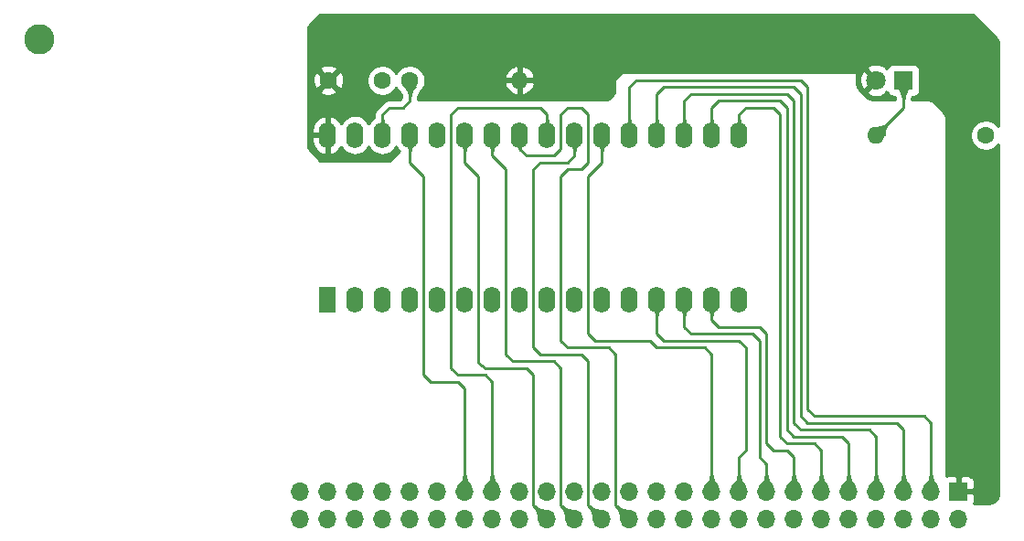
<source format=gbr>
%TF.GenerationSoftware,KiCad,Pcbnew,5.1.9*%
%TF.CreationDate,2021-02-01T10:05:10+01:00*%
%TF.ProjectId,RAM_AS6C1008_DIP,52414d5f-4153-4364-9331-3030385f4449,1.1*%
%TF.SameCoordinates,Original*%
%TF.FileFunction,Copper,L1,Top*%
%TF.FilePolarity,Positive*%
%FSLAX46Y46*%
G04 Gerber Fmt 4.6, Leading zero omitted, Abs format (unit mm)*
G04 Created by KiCad (PCBNEW 5.1.9) date 2021-02-01 10:05:10*
%MOMM*%
%LPD*%
G01*
G04 APERTURE LIST*
%TA.AperFunction,ComponentPad*%
%ADD10O,1.600000X1.600000*%
%TD*%
%TA.AperFunction,ComponentPad*%
%ADD11C,1.600000*%
%TD*%
%TA.AperFunction,ComponentPad*%
%ADD12O,1.600000X2.400000*%
%TD*%
%TA.AperFunction,ComponentPad*%
%ADD13R,1.600000X2.400000*%
%TD*%
%TA.AperFunction,ComponentPad*%
%ADD14O,1.700000X1.700000*%
%TD*%
%TA.AperFunction,ComponentPad*%
%ADD15R,1.700000X1.700000*%
%TD*%
%TA.AperFunction,ComponentPad*%
%ADD16C,2.800000*%
%TD*%
%TA.AperFunction,ComponentPad*%
%ADD17C,1.800000*%
%TD*%
%TA.AperFunction,ComponentPad*%
%ADD18R,1.800000X1.800000*%
%TD*%
%TA.AperFunction,Conductor*%
%ADD19C,0.228600*%
%TD*%
%TA.AperFunction,Conductor*%
%ADD20C,0.254000*%
%TD*%
%TA.AperFunction,Conductor*%
%ADD21C,0.100000*%
%TD*%
%TA.AperFunction,Conductor*%
%ADD22C,0.025400*%
%TD*%
G04 APERTURE END LIST*
D10*
%TO.P,R2,2*%
%TO.N,VCC*%
X139700000Y-111760000D03*
D11*
%TO.P,R2,1*%
%TO.N,Net-(R2-Pad1)*%
X129540000Y-111760000D03*
%TD*%
D10*
%TO.P,R1,2*%
%TO.N,Net-(D1-Pad1)*%
X172720000Y-116840000D03*
D11*
%TO.P,R1,1*%
%TO.N,GND*%
X182880000Y-116840000D03*
%TD*%
D12*
%TO.P,U1,32*%
%TO.N,VCC*%
X121920000Y-116840000D03*
%TO.P,U1,16*%
%TO.N,GND*%
X160020000Y-132080000D03*
%TO.P,U1,31*%
%TO.N,/A15*%
X124460000Y-116840000D03*
%TO.P,U1,15*%
%TO.N,/D2*%
X157480000Y-132080000D03*
%TO.P,U1,30*%
%TO.N,Net-(R2-Pad1)*%
X127000000Y-116840000D03*
%TO.P,U1,14*%
%TO.N,/D1*%
X154940000Y-132080000D03*
%TO.P,U1,29*%
%TO.N,/~WE*%
X129540000Y-116840000D03*
%TO.P,U1,13*%
%TO.N,/D0*%
X152400000Y-132080000D03*
%TO.P,U1,28*%
%TO.N,/A13*%
X132080000Y-116840000D03*
%TO.P,U1,12*%
%TO.N,/A0*%
X149860000Y-132080000D03*
%TO.P,U1,27*%
%TO.N,/A8*%
X134620000Y-116840000D03*
%TO.P,U1,11*%
%TO.N,/A1*%
X147320000Y-132080000D03*
%TO.P,U1,26*%
%TO.N,/A9*%
X137160000Y-116840000D03*
%TO.P,U1,10*%
%TO.N,/A2*%
X144780000Y-132080000D03*
%TO.P,U1,25*%
%TO.N,/A11*%
X139700000Y-116840000D03*
%TO.P,U1,9*%
%TO.N,/A3*%
X142240000Y-132080000D03*
%TO.P,U1,24*%
%TO.N,/~OE*%
X142240000Y-116840000D03*
%TO.P,U1,8*%
%TO.N,/A4*%
X139700000Y-132080000D03*
%TO.P,U1,23*%
%TO.N,/A10*%
X144780000Y-116840000D03*
%TO.P,U1,7*%
%TO.N,/A5*%
X137160000Y-132080000D03*
%TO.P,U1,22*%
%TO.N,/~RAMSEL*%
X147320000Y-116840000D03*
%TO.P,U1,6*%
%TO.N,/A6*%
X134620000Y-132080000D03*
%TO.P,U1,21*%
%TO.N,/D7*%
X149860000Y-116840000D03*
%TO.P,U1,5*%
%TO.N,/A7*%
X132080000Y-132080000D03*
%TO.P,U1,20*%
%TO.N,/D6*%
X152400000Y-116840000D03*
%TO.P,U1,4*%
%TO.N,/A12*%
X129540000Y-132080000D03*
%TO.P,U1,19*%
%TO.N,/D5*%
X154940000Y-116840000D03*
%TO.P,U1,3*%
%TO.N,/A14*%
X127000000Y-132080000D03*
%TO.P,U1,18*%
%TO.N,/D4*%
X157480000Y-116840000D03*
%TO.P,U1,2*%
%TO.N,/A16*%
X124460000Y-132080000D03*
%TO.P,U1,17*%
%TO.N,/D3*%
X160020000Y-116840000D03*
D13*
%TO.P,U1,1*%
%TO.N,N/C*%
X121920000Y-132080000D03*
%TD*%
D14*
%TO.P,J1,50*%
%TO.N,GND*%
X119380000Y-152400000D03*
%TO.P,J1,49*%
%TO.N,N/C*%
X119380000Y-149860000D03*
%TO.P,J1,48*%
%TO.N,/A0*%
X121920000Y-152400000D03*
%TO.P,J1,47*%
%TO.N,N/C*%
X121920000Y-149860000D03*
%TO.P,J1,46*%
%TO.N,/A1*%
X124460000Y-152400000D03*
%TO.P,J1,45*%
%TO.N,N/C*%
X124460000Y-149860000D03*
%TO.P,J1,44*%
%TO.N,/A2*%
X127000000Y-152400000D03*
%TO.P,J1,43*%
%TO.N,N/C*%
X127000000Y-149860000D03*
%TO.P,J1,42*%
%TO.N,/A3*%
X129540000Y-152400000D03*
%TO.P,J1,41*%
%TO.N,N/C*%
X129540000Y-149860000D03*
%TO.P,J1,40*%
%TO.N,/A4*%
X132080000Y-152400000D03*
%TO.P,J1,39*%
%TO.N,N/C*%
X132080000Y-149860000D03*
%TO.P,J1,38*%
%TO.N,/A5*%
X134620000Y-152400000D03*
%TO.P,J1,37*%
%TO.N,/~WE*%
X134620000Y-149860000D03*
%TO.P,J1,36*%
%TO.N,/A6*%
X137160000Y-152400000D03*
%TO.P,J1,35*%
%TO.N,/~OE*%
X137160000Y-149860000D03*
%TO.P,J1,34*%
%TO.N,/A7*%
X139700000Y-152400000D03*
%TO.P,J1,33*%
%TO.N,N/C*%
X139700000Y-149860000D03*
%TO.P,J1,32*%
%TO.N,/A8*%
X142240000Y-152400000D03*
%TO.P,J1,31*%
%TO.N,N/C*%
X142240000Y-149860000D03*
%TO.P,J1,30*%
%TO.N,/A9*%
X144780000Y-152400000D03*
%TO.P,J1,29*%
%TO.N,N/C*%
X144780000Y-149860000D03*
%TO.P,J1,28*%
%TO.N,/A10*%
X147320000Y-152400000D03*
%TO.P,J1,27*%
%TO.N,N/C*%
X147320000Y-149860000D03*
%TO.P,J1,26*%
%TO.N,/A11*%
X149860000Y-152400000D03*
%TO.P,J1,25*%
%TO.N,N/C*%
X149860000Y-149860000D03*
%TO.P,J1,24*%
%TO.N,/A12*%
X152400000Y-152400000D03*
%TO.P,J1,23*%
%TO.N,N/C*%
X152400000Y-149860000D03*
%TO.P,J1,22*%
%TO.N,/A13*%
X154940000Y-152400000D03*
%TO.P,J1,21*%
%TO.N,N/C*%
X154940000Y-149860000D03*
%TO.P,J1,20*%
%TO.N,/A14*%
X157480000Y-152400000D03*
%TO.P,J1,19*%
%TO.N,/~RAMSEL*%
X157480000Y-149860000D03*
%TO.P,J1,18*%
%TO.N,/A15*%
X160020000Y-152400000D03*
%TO.P,J1,17*%
%TO.N,/D0*%
X160020000Y-149860000D03*
%TO.P,J1,16*%
%TO.N,/A16*%
X162560000Y-152400000D03*
%TO.P,J1,15*%
%TO.N,/D1*%
X162560000Y-149860000D03*
%TO.P,J1,14*%
%TO.N,N/C*%
X165100000Y-152400000D03*
%TO.P,J1,13*%
%TO.N,/D2*%
X165100000Y-149860000D03*
%TO.P,J1,12*%
%TO.N,N/C*%
X167640000Y-152400000D03*
%TO.P,J1,11*%
%TO.N,/D3*%
X167640000Y-149860000D03*
%TO.P,J1,10*%
%TO.N,N/C*%
X170180000Y-152400000D03*
%TO.P,J1,9*%
%TO.N,/D4*%
X170180000Y-149860000D03*
%TO.P,J1,8*%
%TO.N,N/C*%
X172720000Y-152400000D03*
%TO.P,J1,7*%
%TO.N,/D5*%
X172720000Y-149860000D03*
%TO.P,J1,6*%
%TO.N,N/C*%
X175260000Y-152400000D03*
%TO.P,J1,5*%
%TO.N,/D6*%
X175260000Y-149860000D03*
%TO.P,J1,4*%
%TO.N,N/C*%
X177800000Y-152400000D03*
%TO.P,J1,3*%
%TO.N,/D7*%
X177800000Y-149860000D03*
%TO.P,J1,2*%
%TO.N,N/C*%
X180340000Y-152400000D03*
D15*
%TO.P,J1,1*%
%TO.N,VCC*%
X180340000Y-149860000D03*
%TD*%
D16*
%TO.P,TP1,1*%
%TO.N,GND*%
X95250000Y-107950000D03*
%TD*%
D11*
%TO.P,C1,2*%
%TO.N,VCC*%
X122000000Y-111760000D03*
%TO.P,C1,1*%
%TO.N,GND*%
X127000000Y-111760000D03*
%TD*%
D17*
%TO.P,D1,2*%
%TO.N,VCC*%
X172720000Y-111760000D03*
D18*
%TO.P,D1,1*%
%TO.N,Net-(D1-Pad1)*%
X175260000Y-111760000D03*
%TD*%
D19*
%TO.N,Net-(D1-Pad1)*%
X172720000Y-116840000D02*
X175260000Y-114300000D01*
X175260000Y-114300000D02*
X175260000Y-111760000D01*
%TO.N,/~WE*%
X129540000Y-119380000D02*
X129540000Y-116840000D01*
X130810000Y-120650000D02*
X129540000Y-119380000D01*
X130810000Y-139065000D02*
X130810000Y-120650000D01*
X131445000Y-139700000D02*
X130810000Y-139065000D01*
X133985000Y-139700000D02*
X131445000Y-139700000D01*
X134620000Y-140335000D02*
X133985000Y-139700000D01*
X134620000Y-149860000D02*
X134620000Y-140335000D01*
%TO.N,/~OE*%
X142240000Y-114935000D02*
X142240000Y-116840000D01*
X141605000Y-114300000D02*
X142240000Y-114935000D01*
X133985000Y-114300000D02*
X141605000Y-114300000D01*
X133350000Y-114935000D02*
X133985000Y-114300000D01*
X133350000Y-138430000D02*
X133350000Y-114935000D01*
X133985000Y-139065000D02*
X133350000Y-138430000D01*
X136525000Y-139065000D02*
X133985000Y-139065000D01*
X137160000Y-139700000D02*
X136525000Y-139065000D01*
X137160000Y-149860000D02*
X137160000Y-139700000D01*
%TO.N,/A8*%
X140970000Y-151130000D02*
X142240000Y-152400000D01*
X140970000Y-139065000D02*
X140970000Y-151130000D01*
X135890000Y-137900833D02*
X136525000Y-138430000D01*
X135890000Y-120650000D02*
X135890000Y-137900833D01*
X134620000Y-119380000D02*
X135890000Y-120650000D01*
X134620000Y-116840000D02*
X134620000Y-119380000D01*
X140970000Y-139065000D02*
X140335000Y-138430000D01*
X140335000Y-138430000D02*
X136525000Y-138430000D01*
%TO.N,/A9*%
X143510000Y-151130000D02*
X144780000Y-152400000D01*
X143510000Y-138430000D02*
X143510000Y-151130000D01*
X142875000Y-137795000D02*
X143510000Y-138430000D01*
X139065000Y-137795000D02*
X142875000Y-137795000D01*
X138430000Y-137160000D02*
X139065000Y-137795000D01*
X138430000Y-120015000D02*
X138430000Y-137160000D01*
X137160000Y-118745000D02*
X138430000Y-120015000D01*
X137160000Y-116840000D02*
X137160000Y-118745000D01*
%TO.N,/A10*%
X146050000Y-151130000D02*
X147320000Y-152400000D01*
X146050000Y-137795000D02*
X146050000Y-151130000D01*
X145415000Y-137160000D02*
X146050000Y-137795000D01*
X141605000Y-137160000D02*
X145415000Y-137160000D01*
X140970000Y-136525000D02*
X141605000Y-137160000D01*
X140970000Y-120015000D02*
X140970000Y-136525000D01*
X141605000Y-119380000D02*
X140970000Y-120015000D01*
X144145000Y-119380000D02*
X141605000Y-119380000D01*
X144780000Y-118745000D02*
X144145000Y-119380000D01*
X144780000Y-116840000D02*
X144780000Y-118745000D01*
%TO.N,/A11*%
X148590000Y-151130000D02*
X149860000Y-152400000D01*
X148590000Y-137160000D02*
X148590000Y-151130000D01*
X139700000Y-116840000D02*
X139700000Y-118110000D01*
X139700000Y-118110000D02*
X140335000Y-118745000D01*
X144145000Y-120015000D02*
X143510000Y-120650000D01*
X144145000Y-136525000D02*
X147955000Y-136525000D01*
X142875000Y-118745000D02*
X143510000Y-118110000D01*
X143510000Y-120650000D02*
X143510000Y-135890000D01*
X144145000Y-114300000D02*
X145415000Y-114300000D01*
X143510000Y-135890000D02*
X144145000Y-136525000D01*
X140335000Y-118745000D02*
X142875000Y-118745000D01*
X143510000Y-114935000D02*
X144145000Y-114300000D01*
X145415000Y-114300000D02*
X146050000Y-114935000D01*
X146050000Y-114935000D02*
X146050000Y-119380000D01*
X147955000Y-136525000D02*
X148590000Y-137160000D01*
X146050000Y-119380000D02*
X145415000Y-120015000D01*
X143510000Y-118110000D02*
X143510000Y-114935000D01*
X145415000Y-120015000D02*
X144145000Y-120015000D01*
%TO.N,/~RAMSEL*%
X157480000Y-137160000D02*
X157480000Y-149860000D01*
X156845000Y-136525000D02*
X157480000Y-137160000D01*
X146685000Y-135890000D02*
X151765000Y-135890000D01*
X146050000Y-135255000D02*
X146685000Y-135890000D01*
X152400000Y-136525000D02*
X156845000Y-136525000D01*
X146050000Y-120650000D02*
X146050000Y-135255000D01*
X151765000Y-135890000D02*
X152400000Y-136525000D01*
X147320000Y-119380000D02*
X146050000Y-120650000D01*
X147320000Y-116840000D02*
X147320000Y-119380000D01*
%TO.N,/D0*%
X160020000Y-147955000D02*
X160020000Y-149860000D01*
X160020000Y-146685000D02*
X160020000Y-147955000D01*
X160655000Y-136525000D02*
X160655000Y-146050000D01*
X160655000Y-146050000D02*
X160020000Y-146685000D01*
X160020000Y-135890000D02*
X160655000Y-136525000D01*
X153035000Y-135890000D02*
X160020000Y-135890000D01*
X152400000Y-135255000D02*
X153035000Y-135890000D01*
X152400000Y-132080000D02*
X152400000Y-135255000D01*
%TO.N,/D1*%
X154940000Y-134620000D02*
X154940000Y-132080000D01*
X161290000Y-135255000D02*
X155575000Y-135255000D01*
X155575000Y-135255000D02*
X154940000Y-134620000D01*
X161925000Y-135890000D02*
X161290000Y-135255000D01*
X161925000Y-146685000D02*
X161925000Y-135890000D01*
X162560000Y-147320000D02*
X161925000Y-146685000D01*
X162560000Y-149860000D02*
X162560000Y-147320000D01*
%TO.N,/D2*%
X165100000Y-146685000D02*
X165100000Y-149860000D01*
X163195000Y-146050000D02*
X164465000Y-146050000D01*
X161925000Y-134620000D02*
X162560000Y-135255000D01*
X158115000Y-134620000D02*
X161925000Y-134620000D01*
X164465000Y-146050000D02*
X165100000Y-146685000D01*
X162560000Y-135255000D02*
X162560000Y-145415000D01*
X157480000Y-133985000D02*
X158115000Y-134620000D01*
X162560000Y-145415000D02*
X163195000Y-146050000D01*
X157480000Y-132080000D02*
X157480000Y-133985000D01*
%TO.N,/D3*%
X160020000Y-114935000D02*
X160020000Y-116840000D01*
X160655000Y-114300000D02*
X160020000Y-114935000D01*
X163830000Y-114935000D02*
X163195000Y-114300000D01*
X163195000Y-114300000D02*
X160655000Y-114300000D01*
X163830000Y-114935000D02*
X163830000Y-144780000D01*
X163830000Y-144780000D02*
X164465000Y-145415000D01*
X164465000Y-145415000D02*
X167005000Y-145415000D01*
X167640000Y-146050000D02*
X167640000Y-149860000D01*
X167005000Y-145415000D02*
X167640000Y-146050000D01*
%TO.N,/D4*%
X170180000Y-145415000D02*
X170180000Y-149860000D01*
X158115000Y-113665000D02*
X157480000Y-114300000D01*
X164465000Y-144145000D02*
X164465000Y-114300000D01*
X165100000Y-144780000D02*
X164465000Y-144145000D01*
X169545000Y-144780000D02*
X165100000Y-144780000D01*
X157480000Y-114300000D02*
X157480000Y-116840000D01*
X163830000Y-113665000D02*
X158115000Y-113665000D01*
X164465000Y-114300000D02*
X163830000Y-113665000D01*
X170180000Y-145415000D02*
X169545000Y-144780000D01*
%TO.N,/D5*%
X154940000Y-113665000D02*
X154940000Y-116840000D01*
X155575000Y-113030000D02*
X154940000Y-113665000D01*
X165100000Y-113665000D02*
X164465000Y-113030000D01*
X165100000Y-143510000D02*
X165100000Y-113665000D01*
X165735000Y-144145000D02*
X165100000Y-143510000D01*
X164465000Y-113030000D02*
X155575000Y-113030000D01*
X172085000Y-144145000D02*
X165735000Y-144145000D01*
X172720000Y-144780000D02*
X172085000Y-144145000D01*
X172720000Y-149860000D02*
X172720000Y-144780000D01*
%TO.N,/D6*%
X175260000Y-144145000D02*
X175260000Y-149860000D01*
X174625000Y-143510000D02*
X175260000Y-144145000D01*
X166370000Y-143510000D02*
X174625000Y-143510000D01*
X165735000Y-142875000D02*
X166370000Y-143510000D01*
X165735000Y-113030000D02*
X165735000Y-142875000D01*
X165100000Y-112395000D02*
X165735000Y-113030000D01*
X153035000Y-112395000D02*
X165100000Y-112395000D01*
X152400000Y-113030000D02*
X153035000Y-112395000D01*
X152400000Y-116840000D02*
X152400000Y-113030000D01*
%TO.N,/D7*%
X165735000Y-111760000D02*
X150495000Y-111760000D01*
X166370000Y-112395000D02*
X165735000Y-111760000D01*
X167005000Y-142875000D02*
X166370000Y-142240000D01*
X166370000Y-142240000D02*
X166370000Y-112395000D01*
X177165000Y-142875000D02*
X167005000Y-142875000D01*
X149860000Y-112395000D02*
X149860000Y-116840000D01*
X150495000Y-111760000D02*
X149860000Y-112395000D01*
X177800000Y-143510000D02*
X177165000Y-142875000D01*
X177800000Y-149860000D02*
X177800000Y-143510000D01*
%TO.N,Net-(R2-Pad1)*%
X127000000Y-116840000D02*
X127000000Y-114935000D01*
X127000000Y-114935000D02*
X127635000Y-114300000D01*
X127635000Y-114300000D02*
X128905000Y-114300000D01*
X128905000Y-114300000D02*
X129540000Y-113665000D01*
X129540000Y-113665000D02*
X129540000Y-111760000D01*
%TD*%
D20*
%TO.N,VCC*%
X181717664Y-105697270D02*
X183862730Y-107842336D01*
X184023000Y-108229263D01*
X184023000Y-115967689D01*
X183994637Y-115925241D01*
X183794759Y-115725363D01*
X183559727Y-115568320D01*
X183298574Y-115460147D01*
X183021335Y-115405000D01*
X182738665Y-115405000D01*
X182461426Y-115460147D01*
X182200273Y-115568320D01*
X181965241Y-115725363D01*
X181765363Y-115925241D01*
X181608320Y-116160273D01*
X181500147Y-116421426D01*
X181445000Y-116698665D01*
X181445000Y-116981335D01*
X181500147Y-117258574D01*
X181608320Y-117519727D01*
X181765363Y-117754759D01*
X181965241Y-117954637D01*
X182200273Y-118111680D01*
X182461426Y-118219853D01*
X182738665Y-118275000D01*
X183021335Y-118275000D01*
X183298574Y-118219853D01*
X183559727Y-118111680D01*
X183794759Y-117954637D01*
X183994637Y-117754759D01*
X184023000Y-117712311D01*
X184023000Y-150215737D01*
X183862730Y-150602664D01*
X183622664Y-150842730D01*
X183235737Y-151003000D01*
X181753407Y-151003000D01*
X181779502Y-150954180D01*
X181815812Y-150834482D01*
X181828072Y-150710000D01*
X181825000Y-150145750D01*
X181666250Y-149987000D01*
X180467000Y-149987000D01*
X180467000Y-150007000D01*
X180213000Y-150007000D01*
X180213000Y-149987000D01*
X180193000Y-149987000D01*
X180193000Y-149733000D01*
X180213000Y-149733000D01*
X180213000Y-148533750D01*
X180467000Y-148533750D01*
X180467000Y-149733000D01*
X181666250Y-149733000D01*
X181825000Y-149574250D01*
X181828072Y-149010000D01*
X181815812Y-148885518D01*
X181779502Y-148765820D01*
X181720537Y-148655506D01*
X181641185Y-148558815D01*
X181544494Y-148479463D01*
X181434180Y-148420498D01*
X181314482Y-148384188D01*
X181190000Y-148371928D01*
X180625750Y-148375000D01*
X180467000Y-148533750D01*
X180213000Y-148533750D01*
X180054250Y-148375000D01*
X179490000Y-148371928D01*
X179365518Y-148384188D01*
X179245820Y-148420498D01*
X179197000Y-148446593D01*
X179197000Y-115189000D01*
X179194560Y-115164224D01*
X179187333Y-115140399D01*
X179007728Y-114706794D01*
X178995992Y-114684838D01*
X178980198Y-114665592D01*
X178069408Y-113754802D01*
X178050162Y-113739008D01*
X178028206Y-113727272D01*
X177594601Y-113547667D01*
X177570776Y-113540440D01*
X177546000Y-113538000D01*
X176015100Y-113538000D01*
X176023570Y-113460025D01*
X176040143Y-113371604D01*
X176060145Y-113298072D01*
X176160000Y-113298072D01*
X176284482Y-113285812D01*
X176404180Y-113249502D01*
X176514494Y-113190537D01*
X176611185Y-113111185D01*
X176690537Y-113014494D01*
X176749502Y-112904180D01*
X176785812Y-112784482D01*
X176798072Y-112660000D01*
X176798072Y-110860000D01*
X176785812Y-110735518D01*
X176749502Y-110615820D01*
X176690537Y-110505506D01*
X176611185Y-110408815D01*
X176514494Y-110329463D01*
X176404180Y-110270498D01*
X176284482Y-110234188D01*
X176160000Y-110221928D01*
X174360000Y-110221928D01*
X174235518Y-110234188D01*
X174115820Y-110270498D01*
X174005506Y-110329463D01*
X173908815Y-110408815D01*
X173829463Y-110505506D01*
X173770498Y-110615820D01*
X173767187Y-110626735D01*
X173720422Y-110579970D01*
X173604474Y-110695918D01*
X173520792Y-110441739D01*
X173248225Y-110310842D01*
X172955358Y-110235635D01*
X172653447Y-110219009D01*
X172354093Y-110261603D01*
X172068801Y-110361778D01*
X171919208Y-110441739D01*
X171835525Y-110695920D01*
X172720000Y-111580395D01*
X172734143Y-111566253D01*
X172913748Y-111745858D01*
X172899605Y-111760000D01*
X172913748Y-111774143D01*
X172734143Y-111953748D01*
X172720000Y-111939605D01*
X171835525Y-112824080D01*
X171919208Y-113078261D01*
X172191775Y-113209158D01*
X172484642Y-113284365D01*
X172786553Y-113300991D01*
X173085907Y-113258397D01*
X173371199Y-113158222D01*
X173520792Y-113078261D01*
X173604474Y-112824082D01*
X173720422Y-112940030D01*
X173767187Y-112893265D01*
X173770498Y-112904180D01*
X173829463Y-113014494D01*
X173908815Y-113111185D01*
X174005506Y-113190537D01*
X174115820Y-113249502D01*
X174235518Y-113285812D01*
X174360000Y-113298072D01*
X174459854Y-113298072D01*
X174479856Y-113371604D01*
X174496429Y-113460025D01*
X174504899Y-113538000D01*
X172364263Y-113538000D01*
X171977336Y-113377730D01*
X171102270Y-112502664D01*
X170942000Y-112115737D01*
X170942000Y-111826553D01*
X171179009Y-111826553D01*
X171221603Y-112125907D01*
X171321778Y-112411199D01*
X171401739Y-112560792D01*
X171655920Y-112644475D01*
X172540395Y-111760000D01*
X171655920Y-110875525D01*
X171401739Y-110959208D01*
X171270842Y-111231775D01*
X171195635Y-111524642D01*
X171179009Y-111826553D01*
X170942000Y-111826553D01*
X170942000Y-105716606D01*
X170998606Y-105660000D01*
X181627686Y-105660000D01*
X181717664Y-105697270D01*
%TA.AperFunction,Conductor*%
D21*
G36*
X181717664Y-105697270D02*
G01*
X183862730Y-107842336D01*
X184023000Y-108229263D01*
X184023000Y-115967689D01*
X183994637Y-115925241D01*
X183794759Y-115725363D01*
X183559727Y-115568320D01*
X183298574Y-115460147D01*
X183021335Y-115405000D01*
X182738665Y-115405000D01*
X182461426Y-115460147D01*
X182200273Y-115568320D01*
X181965241Y-115725363D01*
X181765363Y-115925241D01*
X181608320Y-116160273D01*
X181500147Y-116421426D01*
X181445000Y-116698665D01*
X181445000Y-116981335D01*
X181500147Y-117258574D01*
X181608320Y-117519727D01*
X181765363Y-117754759D01*
X181965241Y-117954637D01*
X182200273Y-118111680D01*
X182461426Y-118219853D01*
X182738665Y-118275000D01*
X183021335Y-118275000D01*
X183298574Y-118219853D01*
X183559727Y-118111680D01*
X183794759Y-117954637D01*
X183994637Y-117754759D01*
X184023000Y-117712311D01*
X184023000Y-150215737D01*
X183862730Y-150602664D01*
X183622664Y-150842730D01*
X183235737Y-151003000D01*
X181753407Y-151003000D01*
X181779502Y-150954180D01*
X181815812Y-150834482D01*
X181828072Y-150710000D01*
X181825000Y-150145750D01*
X181666250Y-149987000D01*
X180467000Y-149987000D01*
X180467000Y-150007000D01*
X180213000Y-150007000D01*
X180213000Y-149987000D01*
X180193000Y-149987000D01*
X180193000Y-149733000D01*
X180213000Y-149733000D01*
X180213000Y-148533750D01*
X180467000Y-148533750D01*
X180467000Y-149733000D01*
X181666250Y-149733000D01*
X181825000Y-149574250D01*
X181828072Y-149010000D01*
X181815812Y-148885518D01*
X181779502Y-148765820D01*
X181720537Y-148655506D01*
X181641185Y-148558815D01*
X181544494Y-148479463D01*
X181434180Y-148420498D01*
X181314482Y-148384188D01*
X181190000Y-148371928D01*
X180625750Y-148375000D01*
X180467000Y-148533750D01*
X180213000Y-148533750D01*
X180054250Y-148375000D01*
X179490000Y-148371928D01*
X179365518Y-148384188D01*
X179245820Y-148420498D01*
X179197000Y-148446593D01*
X179197000Y-115189000D01*
X179194560Y-115164224D01*
X179187333Y-115140399D01*
X179007728Y-114706794D01*
X178995992Y-114684838D01*
X178980198Y-114665592D01*
X178069408Y-113754802D01*
X178050162Y-113739008D01*
X178028206Y-113727272D01*
X177594601Y-113547667D01*
X177570776Y-113540440D01*
X177546000Y-113538000D01*
X176015100Y-113538000D01*
X176023570Y-113460025D01*
X176040143Y-113371604D01*
X176060145Y-113298072D01*
X176160000Y-113298072D01*
X176284482Y-113285812D01*
X176404180Y-113249502D01*
X176514494Y-113190537D01*
X176611185Y-113111185D01*
X176690537Y-113014494D01*
X176749502Y-112904180D01*
X176785812Y-112784482D01*
X176798072Y-112660000D01*
X176798072Y-110860000D01*
X176785812Y-110735518D01*
X176749502Y-110615820D01*
X176690537Y-110505506D01*
X176611185Y-110408815D01*
X176514494Y-110329463D01*
X176404180Y-110270498D01*
X176284482Y-110234188D01*
X176160000Y-110221928D01*
X174360000Y-110221928D01*
X174235518Y-110234188D01*
X174115820Y-110270498D01*
X174005506Y-110329463D01*
X173908815Y-110408815D01*
X173829463Y-110505506D01*
X173770498Y-110615820D01*
X173767187Y-110626735D01*
X173720422Y-110579970D01*
X173604474Y-110695918D01*
X173520792Y-110441739D01*
X173248225Y-110310842D01*
X172955358Y-110235635D01*
X172653447Y-110219009D01*
X172354093Y-110261603D01*
X172068801Y-110361778D01*
X171919208Y-110441739D01*
X171835525Y-110695920D01*
X172720000Y-111580395D01*
X172734143Y-111566253D01*
X172913748Y-111745858D01*
X172899605Y-111760000D01*
X172913748Y-111774143D01*
X172734143Y-111953748D01*
X172720000Y-111939605D01*
X171835525Y-112824080D01*
X171919208Y-113078261D01*
X172191775Y-113209158D01*
X172484642Y-113284365D01*
X172786553Y-113300991D01*
X173085907Y-113258397D01*
X173371199Y-113158222D01*
X173520792Y-113078261D01*
X173604474Y-112824082D01*
X173720422Y-112940030D01*
X173767187Y-112893265D01*
X173770498Y-112904180D01*
X173829463Y-113014494D01*
X173908815Y-113111185D01*
X174005506Y-113190537D01*
X174115820Y-113249502D01*
X174235518Y-113285812D01*
X174360000Y-113298072D01*
X174459854Y-113298072D01*
X174479856Y-113371604D01*
X174496429Y-113460025D01*
X174504899Y-113538000D01*
X172364263Y-113538000D01*
X171977336Y-113377730D01*
X171102270Y-112502664D01*
X170942000Y-112115737D01*
X170942000Y-111826553D01*
X171179009Y-111826553D01*
X171221603Y-112125907D01*
X171321778Y-112411199D01*
X171401739Y-112560792D01*
X171655920Y-112644475D01*
X172540395Y-111760000D01*
X171655920Y-110875525D01*
X171401739Y-110959208D01*
X171270842Y-111231775D01*
X171195635Y-111524642D01*
X171179009Y-111826553D01*
X170942000Y-111826553D01*
X170942000Y-105716606D01*
X170998606Y-105660000D01*
X181627686Y-105660000D01*
X181717664Y-105697270D01*
G37*
%TD.AperFunction*%
%TD*%
D20*
%TO.N,VCC*%
X171958000Y-110421004D02*
X171919208Y-110441739D01*
X171835525Y-110695920D01*
X171958000Y-110818395D01*
X171958000Y-110945394D01*
X171905394Y-110998000D01*
X171778395Y-110998000D01*
X171655920Y-110875525D01*
X171401739Y-110959208D01*
X171383110Y-110998000D01*
X149352000Y-110998000D01*
X149327224Y-111000440D01*
X149303399Y-111007667D01*
X149086596Y-111097470D01*
X149064639Y-111109206D01*
X149045394Y-111125000D01*
X148590000Y-111580394D01*
X148574206Y-111599640D01*
X148562470Y-111621596D01*
X148472667Y-111838399D01*
X148465440Y-111862223D01*
X148463000Y-111887000D01*
X148463000Y-112877737D01*
X148392532Y-113047862D01*
X147972862Y-113467532D01*
X147802737Y-113538000D01*
X130302000Y-113538000D01*
X130289300Y-113539251D01*
X130289300Y-113426533D01*
X130292555Y-113333506D01*
X130300773Y-113257826D01*
X130313850Y-113188037D01*
X130331466Y-113123261D01*
X130353522Y-113062497D01*
X130380201Y-113004649D01*
X130411940Y-112948721D01*
X130449440Y-112893812D01*
X130493503Y-112839330D01*
X130554204Y-112775192D01*
X130654637Y-112674759D01*
X130811680Y-112439727D01*
X130919853Y-112178574D01*
X130933684Y-112109039D01*
X138308096Y-112109039D01*
X138348754Y-112243087D01*
X138468963Y-112497420D01*
X138636481Y-112723414D01*
X138844869Y-112912385D01*
X139086119Y-113057070D01*
X139350960Y-113151909D01*
X139573000Y-113030624D01*
X139573000Y-111887000D01*
X139827000Y-111887000D01*
X139827000Y-113030624D01*
X140049040Y-113151909D01*
X140313881Y-113057070D01*
X140555131Y-112912385D01*
X140763519Y-112723414D01*
X140931037Y-112497420D01*
X141051246Y-112243087D01*
X141091904Y-112109039D01*
X140969915Y-111887000D01*
X139827000Y-111887000D01*
X139573000Y-111887000D01*
X138430085Y-111887000D01*
X138308096Y-112109039D01*
X130933684Y-112109039D01*
X130975000Y-111901335D01*
X130975000Y-111618665D01*
X130933685Y-111410961D01*
X138308096Y-111410961D01*
X138430085Y-111633000D01*
X139573000Y-111633000D01*
X139573000Y-110489376D01*
X139827000Y-110489376D01*
X139827000Y-111633000D01*
X140969915Y-111633000D01*
X141091904Y-111410961D01*
X141051246Y-111276913D01*
X140931037Y-111022580D01*
X140763519Y-110796586D01*
X140555131Y-110607615D01*
X140313881Y-110462930D01*
X140049040Y-110368091D01*
X139827000Y-110489376D01*
X139573000Y-110489376D01*
X139350960Y-110368091D01*
X139086119Y-110462930D01*
X138844869Y-110607615D01*
X138636481Y-110796586D01*
X138468963Y-111022580D01*
X138348754Y-111276913D01*
X138308096Y-111410961D01*
X130933685Y-111410961D01*
X130919853Y-111341426D01*
X130811680Y-111080273D01*
X130654637Y-110845241D01*
X130454759Y-110645363D01*
X130219727Y-110488320D01*
X129958574Y-110380147D01*
X129681335Y-110325000D01*
X129398665Y-110325000D01*
X129121426Y-110380147D01*
X128860273Y-110488320D01*
X128625241Y-110645363D01*
X128425363Y-110845241D01*
X128270000Y-111077759D01*
X128114637Y-110845241D01*
X127914759Y-110645363D01*
X127679727Y-110488320D01*
X127418574Y-110380147D01*
X127141335Y-110325000D01*
X126858665Y-110325000D01*
X126581426Y-110380147D01*
X126320273Y-110488320D01*
X126085241Y-110645363D01*
X125885363Y-110845241D01*
X125728320Y-111080273D01*
X125620147Y-111341426D01*
X125565000Y-111618665D01*
X125565000Y-111901335D01*
X125620147Y-112178574D01*
X125728320Y-112439727D01*
X125885363Y-112674759D01*
X126085241Y-112874637D01*
X126320273Y-113031680D01*
X126581426Y-113139853D01*
X126858665Y-113195000D01*
X127141335Y-113195000D01*
X127418574Y-113139853D01*
X127679727Y-113031680D01*
X127914759Y-112874637D01*
X128114637Y-112674759D01*
X128270000Y-112442241D01*
X128425363Y-112674759D01*
X128525811Y-112775207D01*
X128586490Y-112839322D01*
X128630559Y-112893812D01*
X128668059Y-112948721D01*
X128699798Y-113004649D01*
X128726477Y-113062497D01*
X128748533Y-113123261D01*
X128766149Y-113188037D01*
X128779226Y-113257826D01*
X128787445Y-113333520D01*
X128788269Y-113357061D01*
X128594630Y-113550700D01*
X127671798Y-113550700D01*
X127635000Y-113547076D01*
X127598202Y-113550700D01*
X127598194Y-113550700D01*
X127493595Y-113561002D01*
X127488112Y-113561542D01*
X127346868Y-113604388D01*
X127216697Y-113673966D01*
X127131190Y-113744139D01*
X127131183Y-113744146D01*
X127102602Y-113767602D01*
X127079145Y-113796184D01*
X126496189Y-114379142D01*
X126467603Y-114402602D01*
X126444143Y-114431188D01*
X126444140Y-114431191D01*
X126373966Y-114516697D01*
X126304388Y-114646869D01*
X126282719Y-114718303D01*
X126261543Y-114788112D01*
X126254870Y-114855861D01*
X126247076Y-114935000D01*
X126250701Y-114971805D01*
X126250701Y-115173461D01*
X126249277Y-115214140D01*
X126198899Y-115241068D01*
X125980392Y-115420393D01*
X125801068Y-115638900D01*
X125730000Y-115771858D01*
X125658932Y-115638899D01*
X125479607Y-115420392D01*
X125261100Y-115241068D01*
X125011807Y-115107818D01*
X124741308Y-115025764D01*
X124460000Y-114998057D01*
X124178691Y-115025764D01*
X123908192Y-115107818D01*
X123658899Y-115241068D01*
X123440392Y-115420393D01*
X123261068Y-115638900D01*
X123192735Y-115766742D01*
X123042601Y-115537161D01*
X122844895Y-115335500D01*
X122611646Y-115176285D01*
X122351818Y-115065633D01*
X122269039Y-115048096D01*
X122047000Y-115170085D01*
X122047000Y-116713000D01*
X122067000Y-116713000D01*
X122067000Y-116967000D01*
X122047000Y-116967000D01*
X122047000Y-118509915D01*
X122269039Y-118631904D01*
X122351818Y-118614367D01*
X122611646Y-118503715D01*
X122844895Y-118344500D01*
X123042601Y-118142839D01*
X123192735Y-117913259D01*
X123261068Y-118041101D01*
X123440393Y-118259608D01*
X123658900Y-118438932D01*
X123908193Y-118572182D01*
X124178692Y-118654236D01*
X124460000Y-118681943D01*
X124741309Y-118654236D01*
X125011808Y-118572182D01*
X125261101Y-118438932D01*
X125479608Y-118259608D01*
X125658932Y-118041101D01*
X125730000Y-117908142D01*
X125801068Y-118041101D01*
X125980393Y-118259608D01*
X126198900Y-118438932D01*
X126448193Y-118572182D01*
X126718692Y-118654236D01*
X127000000Y-118681943D01*
X127281309Y-118654236D01*
X127551808Y-118572182D01*
X127801101Y-118438932D01*
X128019608Y-118259608D01*
X128198932Y-118041101D01*
X128270000Y-117908142D01*
X128341068Y-118041101D01*
X128520393Y-118259608D01*
X128550817Y-118284577D01*
X127652862Y-119182532D01*
X127482737Y-119253000D01*
X121437263Y-119253000D01*
X121267138Y-119182532D01*
X120212468Y-118127862D01*
X120142000Y-117957737D01*
X120142000Y-116967000D01*
X120485000Y-116967000D01*
X120485000Y-117367000D01*
X120537350Y-117644514D01*
X120642834Y-117906483D01*
X120797399Y-118142839D01*
X120995105Y-118344500D01*
X121228354Y-118503715D01*
X121488182Y-118614367D01*
X121570961Y-118631904D01*
X121793000Y-118509915D01*
X121793000Y-116967000D01*
X120485000Y-116967000D01*
X120142000Y-116967000D01*
X120142000Y-116313000D01*
X120485000Y-116313000D01*
X120485000Y-116713000D01*
X121793000Y-116713000D01*
X121793000Y-115170085D01*
X121570961Y-115048096D01*
X121488182Y-115065633D01*
X121228354Y-115176285D01*
X120995105Y-115335500D01*
X120797399Y-115537161D01*
X120642834Y-115773517D01*
X120537350Y-116035486D01*
X120485000Y-116313000D01*
X120142000Y-116313000D01*
X120142000Y-112752702D01*
X121186903Y-112752702D01*
X121258486Y-112996671D01*
X121513996Y-113117571D01*
X121788184Y-113186300D01*
X122070512Y-113200217D01*
X122350130Y-113158787D01*
X122616292Y-113063603D01*
X122741514Y-112996671D01*
X122813097Y-112752702D01*
X122000000Y-111939605D01*
X121186903Y-112752702D01*
X120142000Y-112752702D01*
X120142000Y-111830512D01*
X120559783Y-111830512D01*
X120601213Y-112110130D01*
X120696397Y-112376292D01*
X120763329Y-112501514D01*
X121007298Y-112573097D01*
X121820395Y-111760000D01*
X122179605Y-111760000D01*
X122992702Y-112573097D01*
X123236671Y-112501514D01*
X123357571Y-112246004D01*
X123426300Y-111971816D01*
X123440217Y-111689488D01*
X123398787Y-111409870D01*
X123303603Y-111143708D01*
X123236671Y-111018486D01*
X122992702Y-110946903D01*
X122179605Y-111760000D01*
X121820395Y-111760000D01*
X121007298Y-110946903D01*
X120763329Y-111018486D01*
X120642429Y-111273996D01*
X120573700Y-111548184D01*
X120559783Y-111830512D01*
X120142000Y-111830512D01*
X120142000Y-110767298D01*
X121186903Y-110767298D01*
X122000000Y-111580395D01*
X122813097Y-110767298D01*
X122741514Y-110523329D01*
X122486004Y-110402429D01*
X122211816Y-110333700D01*
X121929488Y-110319783D01*
X121649870Y-110361213D01*
X121383708Y-110456397D01*
X121258486Y-110523329D01*
X121186903Y-110767298D01*
X120142000Y-110767298D01*
X120142000Y-106832263D01*
X120212468Y-106662138D01*
X121214606Y-105660000D01*
X171958000Y-105660000D01*
X171958000Y-110421004D01*
%TA.AperFunction,Conductor*%
D21*
G36*
X171958000Y-110421004D02*
G01*
X171919208Y-110441739D01*
X171835525Y-110695920D01*
X171958000Y-110818395D01*
X171958000Y-110945394D01*
X171905394Y-110998000D01*
X171778395Y-110998000D01*
X171655920Y-110875525D01*
X171401739Y-110959208D01*
X171383110Y-110998000D01*
X149352000Y-110998000D01*
X149327224Y-111000440D01*
X149303399Y-111007667D01*
X149086596Y-111097470D01*
X149064639Y-111109206D01*
X149045394Y-111125000D01*
X148590000Y-111580394D01*
X148574206Y-111599640D01*
X148562470Y-111621596D01*
X148472667Y-111838399D01*
X148465440Y-111862223D01*
X148463000Y-111887000D01*
X148463000Y-112877737D01*
X148392532Y-113047862D01*
X147972862Y-113467532D01*
X147802737Y-113538000D01*
X130302000Y-113538000D01*
X130289300Y-113539251D01*
X130289300Y-113426533D01*
X130292555Y-113333506D01*
X130300773Y-113257826D01*
X130313850Y-113188037D01*
X130331466Y-113123261D01*
X130353522Y-113062497D01*
X130380201Y-113004649D01*
X130411940Y-112948721D01*
X130449440Y-112893812D01*
X130493503Y-112839330D01*
X130554204Y-112775192D01*
X130654637Y-112674759D01*
X130811680Y-112439727D01*
X130919853Y-112178574D01*
X130933684Y-112109039D01*
X138308096Y-112109039D01*
X138348754Y-112243087D01*
X138468963Y-112497420D01*
X138636481Y-112723414D01*
X138844869Y-112912385D01*
X139086119Y-113057070D01*
X139350960Y-113151909D01*
X139573000Y-113030624D01*
X139573000Y-111887000D01*
X139827000Y-111887000D01*
X139827000Y-113030624D01*
X140049040Y-113151909D01*
X140313881Y-113057070D01*
X140555131Y-112912385D01*
X140763519Y-112723414D01*
X140931037Y-112497420D01*
X141051246Y-112243087D01*
X141091904Y-112109039D01*
X140969915Y-111887000D01*
X139827000Y-111887000D01*
X139573000Y-111887000D01*
X138430085Y-111887000D01*
X138308096Y-112109039D01*
X130933684Y-112109039D01*
X130975000Y-111901335D01*
X130975000Y-111618665D01*
X130933685Y-111410961D01*
X138308096Y-111410961D01*
X138430085Y-111633000D01*
X139573000Y-111633000D01*
X139573000Y-110489376D01*
X139827000Y-110489376D01*
X139827000Y-111633000D01*
X140969915Y-111633000D01*
X141091904Y-111410961D01*
X141051246Y-111276913D01*
X140931037Y-111022580D01*
X140763519Y-110796586D01*
X140555131Y-110607615D01*
X140313881Y-110462930D01*
X140049040Y-110368091D01*
X139827000Y-110489376D01*
X139573000Y-110489376D01*
X139350960Y-110368091D01*
X139086119Y-110462930D01*
X138844869Y-110607615D01*
X138636481Y-110796586D01*
X138468963Y-111022580D01*
X138348754Y-111276913D01*
X138308096Y-111410961D01*
X130933685Y-111410961D01*
X130919853Y-111341426D01*
X130811680Y-111080273D01*
X130654637Y-110845241D01*
X130454759Y-110645363D01*
X130219727Y-110488320D01*
X129958574Y-110380147D01*
X129681335Y-110325000D01*
X129398665Y-110325000D01*
X129121426Y-110380147D01*
X128860273Y-110488320D01*
X128625241Y-110645363D01*
X128425363Y-110845241D01*
X128270000Y-111077759D01*
X128114637Y-110845241D01*
X127914759Y-110645363D01*
X127679727Y-110488320D01*
X127418574Y-110380147D01*
X127141335Y-110325000D01*
X126858665Y-110325000D01*
X126581426Y-110380147D01*
X126320273Y-110488320D01*
X126085241Y-110645363D01*
X125885363Y-110845241D01*
X125728320Y-111080273D01*
X125620147Y-111341426D01*
X125565000Y-111618665D01*
X125565000Y-111901335D01*
X125620147Y-112178574D01*
X125728320Y-112439727D01*
X125885363Y-112674759D01*
X126085241Y-112874637D01*
X126320273Y-113031680D01*
X126581426Y-113139853D01*
X126858665Y-113195000D01*
X127141335Y-113195000D01*
X127418574Y-113139853D01*
X127679727Y-113031680D01*
X127914759Y-112874637D01*
X128114637Y-112674759D01*
X128270000Y-112442241D01*
X128425363Y-112674759D01*
X128525811Y-112775207D01*
X128586490Y-112839322D01*
X128630559Y-112893812D01*
X128668059Y-112948721D01*
X128699798Y-113004649D01*
X128726477Y-113062497D01*
X128748533Y-113123261D01*
X128766149Y-113188037D01*
X128779226Y-113257826D01*
X128787445Y-113333520D01*
X128788269Y-113357061D01*
X128594630Y-113550700D01*
X127671798Y-113550700D01*
X127635000Y-113547076D01*
X127598202Y-113550700D01*
X127598194Y-113550700D01*
X127493595Y-113561002D01*
X127488112Y-113561542D01*
X127346868Y-113604388D01*
X127216697Y-113673966D01*
X127131190Y-113744139D01*
X127131183Y-113744146D01*
X127102602Y-113767602D01*
X127079145Y-113796184D01*
X126496189Y-114379142D01*
X126467603Y-114402602D01*
X126444143Y-114431188D01*
X126444140Y-114431191D01*
X126373966Y-114516697D01*
X126304388Y-114646869D01*
X126282719Y-114718303D01*
X126261543Y-114788112D01*
X126254870Y-114855861D01*
X126247076Y-114935000D01*
X126250701Y-114971805D01*
X126250701Y-115173461D01*
X126249277Y-115214140D01*
X126198899Y-115241068D01*
X125980392Y-115420393D01*
X125801068Y-115638900D01*
X125730000Y-115771858D01*
X125658932Y-115638899D01*
X125479607Y-115420392D01*
X125261100Y-115241068D01*
X125011807Y-115107818D01*
X124741308Y-115025764D01*
X124460000Y-114998057D01*
X124178691Y-115025764D01*
X123908192Y-115107818D01*
X123658899Y-115241068D01*
X123440392Y-115420393D01*
X123261068Y-115638900D01*
X123192735Y-115766742D01*
X123042601Y-115537161D01*
X122844895Y-115335500D01*
X122611646Y-115176285D01*
X122351818Y-115065633D01*
X122269039Y-115048096D01*
X122047000Y-115170085D01*
X122047000Y-116713000D01*
X122067000Y-116713000D01*
X122067000Y-116967000D01*
X122047000Y-116967000D01*
X122047000Y-118509915D01*
X122269039Y-118631904D01*
X122351818Y-118614367D01*
X122611646Y-118503715D01*
X122844895Y-118344500D01*
X123042601Y-118142839D01*
X123192735Y-117913259D01*
X123261068Y-118041101D01*
X123440393Y-118259608D01*
X123658900Y-118438932D01*
X123908193Y-118572182D01*
X124178692Y-118654236D01*
X124460000Y-118681943D01*
X124741309Y-118654236D01*
X125011808Y-118572182D01*
X125261101Y-118438932D01*
X125479608Y-118259608D01*
X125658932Y-118041101D01*
X125730000Y-117908142D01*
X125801068Y-118041101D01*
X125980393Y-118259608D01*
X126198900Y-118438932D01*
X126448193Y-118572182D01*
X126718692Y-118654236D01*
X127000000Y-118681943D01*
X127281309Y-118654236D01*
X127551808Y-118572182D01*
X127801101Y-118438932D01*
X128019608Y-118259608D01*
X128198932Y-118041101D01*
X128270000Y-117908142D01*
X128341068Y-118041101D01*
X128520393Y-118259608D01*
X128550817Y-118284577D01*
X127652862Y-119182532D01*
X127482737Y-119253000D01*
X121437263Y-119253000D01*
X121267138Y-119182532D01*
X120212468Y-118127862D01*
X120142000Y-117957737D01*
X120142000Y-116967000D01*
X120485000Y-116967000D01*
X120485000Y-117367000D01*
X120537350Y-117644514D01*
X120642834Y-117906483D01*
X120797399Y-118142839D01*
X120995105Y-118344500D01*
X121228354Y-118503715D01*
X121488182Y-118614367D01*
X121570961Y-118631904D01*
X121793000Y-118509915D01*
X121793000Y-116967000D01*
X120485000Y-116967000D01*
X120142000Y-116967000D01*
X120142000Y-116313000D01*
X120485000Y-116313000D01*
X120485000Y-116713000D01*
X121793000Y-116713000D01*
X121793000Y-115170085D01*
X121570961Y-115048096D01*
X121488182Y-115065633D01*
X121228354Y-115176285D01*
X120995105Y-115335500D01*
X120797399Y-115537161D01*
X120642834Y-115773517D01*
X120537350Y-116035486D01*
X120485000Y-116313000D01*
X120142000Y-116313000D01*
X120142000Y-112752702D01*
X121186903Y-112752702D01*
X121258486Y-112996671D01*
X121513996Y-113117571D01*
X121788184Y-113186300D01*
X122070512Y-113200217D01*
X122350130Y-113158787D01*
X122616292Y-113063603D01*
X122741514Y-112996671D01*
X122813097Y-112752702D01*
X122000000Y-111939605D01*
X121186903Y-112752702D01*
X120142000Y-112752702D01*
X120142000Y-111830512D01*
X120559783Y-111830512D01*
X120601213Y-112110130D01*
X120696397Y-112376292D01*
X120763329Y-112501514D01*
X121007298Y-112573097D01*
X121820395Y-111760000D01*
X122179605Y-111760000D01*
X122992702Y-112573097D01*
X123236671Y-112501514D01*
X123357571Y-112246004D01*
X123426300Y-111971816D01*
X123440217Y-111689488D01*
X123398787Y-111409870D01*
X123303603Y-111143708D01*
X123236671Y-111018486D01*
X122992702Y-110946903D01*
X122179605Y-111760000D01*
X121820395Y-111760000D01*
X121007298Y-110946903D01*
X120763329Y-111018486D01*
X120642429Y-111273996D01*
X120573700Y-111548184D01*
X120559783Y-111830512D01*
X120142000Y-111830512D01*
X120142000Y-110767298D01*
X121186903Y-110767298D01*
X122000000Y-111580395D01*
X122813097Y-110767298D01*
X122741514Y-110523329D01*
X122486004Y-110402429D01*
X122211816Y-110333700D01*
X121929488Y-110319783D01*
X121649870Y-110361213D01*
X121383708Y-110456397D01*
X121258486Y-110523329D01*
X121186903Y-110767298D01*
X120142000Y-110767298D01*
X120142000Y-106832263D01*
X120212468Y-106662138D01*
X121214606Y-105660000D01*
X171958000Y-105660000D01*
X171958000Y-110421004D01*
G37*
%TD.AperFunction*%
%TD*%
D22*
%TO.N,Net-(D1-Pad1)*%
X173953726Y-115750574D02*
X173875196Y-115834801D01*
X173874588Y-115835504D01*
X173796973Y-115932028D01*
X173796389Y-115932813D01*
X173728052Y-116032666D01*
X173727511Y-116033530D01*
X173668452Y-116136711D01*
X173667969Y-116137643D01*
X173618188Y-116244152D01*
X173617777Y-116245135D01*
X173577274Y-116354973D01*
X173576947Y-116355989D01*
X173545722Y-116469154D01*
X173545485Y-116470181D01*
X173523538Y-116586675D01*
X173523388Y-116587691D01*
X173510719Y-116707514D01*
X173510654Y-116708500D01*
X173507524Y-116822190D01*
X172455137Y-117104863D01*
X172737810Y-116052476D01*
X172851500Y-116049345D01*
X172852485Y-116049280D01*
X172972308Y-116036611D01*
X172973324Y-116036461D01*
X173089818Y-116014514D01*
X173090845Y-116014277D01*
X173204010Y-115983052D01*
X173205026Y-115982725D01*
X173314864Y-115942222D01*
X173315847Y-115941811D01*
X173422356Y-115892030D01*
X173423288Y-115891547D01*
X173526469Y-115832488D01*
X173527333Y-115831947D01*
X173627186Y-115763610D01*
X173627971Y-115763026D01*
X173724495Y-115685411D01*
X173725198Y-115684803D01*
X173809426Y-115606274D01*
X173953726Y-115750574D01*
%TA.AperFunction,Conductor*%
D21*
G36*
X173953726Y-115750574D02*
G01*
X173875196Y-115834801D01*
X173874588Y-115835504D01*
X173796973Y-115932028D01*
X173796389Y-115932813D01*
X173728052Y-116032666D01*
X173727511Y-116033530D01*
X173668452Y-116136711D01*
X173667969Y-116137643D01*
X173618188Y-116244152D01*
X173617777Y-116245135D01*
X173577274Y-116354973D01*
X173576947Y-116355989D01*
X173545722Y-116469154D01*
X173545485Y-116470181D01*
X173523538Y-116586675D01*
X173523388Y-116587691D01*
X173510719Y-116707514D01*
X173510654Y-116708500D01*
X173507524Y-116822190D01*
X172455137Y-117104863D01*
X172737810Y-116052476D01*
X172851500Y-116049345D01*
X172852485Y-116049280D01*
X172972308Y-116036611D01*
X172973324Y-116036461D01*
X173089818Y-116014514D01*
X173090845Y-116014277D01*
X173204010Y-115983052D01*
X173205026Y-115982725D01*
X173314864Y-115942222D01*
X173315847Y-115941811D01*
X173422356Y-115892030D01*
X173423288Y-115891547D01*
X173526469Y-115832488D01*
X173527333Y-115831947D01*
X173627186Y-115763610D01*
X173627971Y-115763026D01*
X173724495Y-115685411D01*
X173725198Y-115684803D01*
X173809426Y-115606274D01*
X173953726Y-115750574D01*
G37*
%TD.AperFunction*%
%TD*%
D22*
%TO.N,Net-(D1-Pad1)*%
X175874271Y-112400871D02*
X175782792Y-112497526D01*
X175782142Y-112498269D01*
X175694473Y-112606661D01*
X175693860Y-112607485D01*
X175616505Y-112720739D01*
X175615947Y-112721633D01*
X175548906Y-112839750D01*
X175548419Y-112840699D01*
X175491692Y-112963678D01*
X175491286Y-112964664D01*
X175444873Y-113092506D01*
X175444556Y-113093506D01*
X175408457Y-113226211D01*
X175408229Y-113227205D01*
X175382444Y-113364772D01*
X175382301Y-113365741D01*
X175366830Y-113508172D01*
X175366764Y-113509099D01*
X175362037Y-113644136D01*
X175157963Y-113644136D01*
X175153235Y-113509099D01*
X175153169Y-113508172D01*
X175137698Y-113365741D01*
X175137555Y-113364772D01*
X175111770Y-113227205D01*
X175111542Y-113226211D01*
X175075443Y-113093506D01*
X175075126Y-113092506D01*
X175028713Y-112964664D01*
X175028307Y-112963678D01*
X174971580Y-112840699D01*
X174971093Y-112839750D01*
X174904052Y-112721633D01*
X174903494Y-112720739D01*
X174826139Y-112607485D01*
X174825526Y-112606661D01*
X174737857Y-112498269D01*
X174737207Y-112497526D01*
X174645729Y-112400871D01*
X175260000Y-111335426D01*
X175874271Y-112400871D01*
%TA.AperFunction,Conductor*%
D21*
G36*
X175874271Y-112400871D02*
G01*
X175782792Y-112497526D01*
X175782142Y-112498269D01*
X175694473Y-112606661D01*
X175693860Y-112607485D01*
X175616505Y-112720739D01*
X175615947Y-112721633D01*
X175548906Y-112839750D01*
X175548419Y-112840699D01*
X175491692Y-112963678D01*
X175491286Y-112964664D01*
X175444873Y-113092506D01*
X175444556Y-113093506D01*
X175408457Y-113226211D01*
X175408229Y-113227205D01*
X175382444Y-113364772D01*
X175382301Y-113365741D01*
X175366830Y-113508172D01*
X175366764Y-113509099D01*
X175362037Y-113644136D01*
X175157963Y-113644136D01*
X175153235Y-113509099D01*
X175153169Y-113508172D01*
X175137698Y-113365741D01*
X175137555Y-113364772D01*
X175111770Y-113227205D01*
X175111542Y-113226211D01*
X175075443Y-113093506D01*
X175075126Y-113092506D01*
X175028713Y-112964664D01*
X175028307Y-112963678D01*
X174971580Y-112840699D01*
X174971093Y-112839750D01*
X174904052Y-112721633D01*
X174903494Y-112720739D01*
X174826139Y-112607485D01*
X174825526Y-112606661D01*
X174737857Y-112498269D01*
X174737207Y-112497526D01*
X174645729Y-112400871D01*
X175260000Y-111335426D01*
X175874271Y-112400871D01*
G37*
%TD.AperFunction*%
%TD*%
D22*
%TO.N,/~WE*%
X130084271Y-117409458D02*
X130006092Y-117492062D01*
X130005441Y-117492806D01*
X129929672Y-117586491D01*
X129929059Y-117587315D01*
X129862204Y-117685207D01*
X129861647Y-117686101D01*
X129803706Y-117788201D01*
X129803218Y-117789150D01*
X129754191Y-117895457D01*
X129753786Y-117896443D01*
X129713673Y-118006956D01*
X129713356Y-118007956D01*
X129682157Y-118122677D01*
X129681929Y-118123671D01*
X129659644Y-118242599D01*
X129659501Y-118243567D01*
X129646130Y-118366702D01*
X129646064Y-118367629D01*
X129642037Y-118482716D01*
X129437963Y-118482716D01*
X129433935Y-118367629D01*
X129433869Y-118366702D01*
X129420498Y-118243567D01*
X129420355Y-118242599D01*
X129398070Y-118123671D01*
X129397842Y-118122677D01*
X129366643Y-118007956D01*
X129366326Y-118006956D01*
X129326213Y-117896443D01*
X129325808Y-117895457D01*
X129276781Y-117789150D01*
X129276293Y-117788201D01*
X129218352Y-117686101D01*
X129217795Y-117685207D01*
X129150940Y-117587315D01*
X129150327Y-117586491D01*
X129074558Y-117492806D01*
X129073907Y-117492062D01*
X128995729Y-117409458D01*
X129540000Y-116465426D01*
X130084271Y-117409458D01*
%TA.AperFunction,Conductor*%
D21*
G36*
X130084271Y-117409458D02*
G01*
X130006092Y-117492062D01*
X130005441Y-117492806D01*
X129929672Y-117586491D01*
X129929059Y-117587315D01*
X129862204Y-117685207D01*
X129861647Y-117686101D01*
X129803706Y-117788201D01*
X129803218Y-117789150D01*
X129754191Y-117895457D01*
X129753786Y-117896443D01*
X129713673Y-118006956D01*
X129713356Y-118007956D01*
X129682157Y-118122677D01*
X129681929Y-118123671D01*
X129659644Y-118242599D01*
X129659501Y-118243567D01*
X129646130Y-118366702D01*
X129646064Y-118367629D01*
X129642037Y-118482716D01*
X129437963Y-118482716D01*
X129433935Y-118367629D01*
X129433869Y-118366702D01*
X129420498Y-118243567D01*
X129420355Y-118242599D01*
X129398070Y-118123671D01*
X129397842Y-118122677D01*
X129366643Y-118007956D01*
X129366326Y-118006956D01*
X129326213Y-117896443D01*
X129325808Y-117895457D01*
X129276781Y-117789150D01*
X129276293Y-117788201D01*
X129218352Y-117686101D01*
X129217795Y-117685207D01*
X129150940Y-117587315D01*
X129150327Y-117586491D01*
X129074558Y-117492806D01*
X129073907Y-117492062D01*
X128995729Y-117409458D01*
X129540000Y-116465426D01*
X130084271Y-117409458D01*
G37*
%TD.AperFunction*%
%TD*%
D22*
%TO.N,/~WE*%
X134726415Y-148221635D02*
X134726481Y-148222562D01*
X134740902Y-148355345D01*
X134741045Y-148356313D01*
X134765080Y-148484560D01*
X134765308Y-148485554D01*
X134798957Y-148609267D01*
X134799274Y-148610268D01*
X134842537Y-148729446D01*
X134842943Y-148730431D01*
X134895820Y-148845074D01*
X134896307Y-148846024D01*
X134958798Y-148956132D01*
X134959356Y-148957026D01*
X135031461Y-149062600D01*
X135032073Y-149063423D01*
X135113792Y-149164461D01*
X135114443Y-149165205D01*
X135199271Y-149254835D01*
X134620000Y-150259574D01*
X134040729Y-149254835D01*
X134125557Y-149165205D01*
X134126208Y-149164461D01*
X134207927Y-149063423D01*
X134208539Y-149062600D01*
X134280644Y-148957026D01*
X134281202Y-148956132D01*
X134343693Y-148846024D01*
X134344180Y-148845074D01*
X134397057Y-148730431D01*
X134397463Y-148729446D01*
X134440726Y-148610268D01*
X134441043Y-148609267D01*
X134474692Y-148485554D01*
X134474920Y-148484560D01*
X134498955Y-148356313D01*
X134499098Y-148355345D01*
X134513519Y-148222562D01*
X134513585Y-148221635D01*
X134517963Y-148096574D01*
X134722037Y-148096574D01*
X134726415Y-148221635D01*
%TA.AperFunction,Conductor*%
D21*
G36*
X134726415Y-148221635D02*
G01*
X134726481Y-148222562D01*
X134740902Y-148355345D01*
X134741045Y-148356313D01*
X134765080Y-148484560D01*
X134765308Y-148485554D01*
X134798957Y-148609267D01*
X134799274Y-148610268D01*
X134842537Y-148729446D01*
X134842943Y-148730431D01*
X134895820Y-148845074D01*
X134896307Y-148846024D01*
X134958798Y-148956132D01*
X134959356Y-148957026D01*
X135031461Y-149062600D01*
X135032073Y-149063423D01*
X135113792Y-149164461D01*
X135114443Y-149165205D01*
X135199271Y-149254835D01*
X134620000Y-150259574D01*
X134040729Y-149254835D01*
X134125557Y-149165205D01*
X134126208Y-149164461D01*
X134207927Y-149063423D01*
X134208539Y-149062600D01*
X134280644Y-148957026D01*
X134281202Y-148956132D01*
X134343693Y-148846024D01*
X134344180Y-148845074D01*
X134397057Y-148730431D01*
X134397463Y-148729446D01*
X134440726Y-148610268D01*
X134441043Y-148609267D01*
X134474692Y-148485554D01*
X134474920Y-148484560D01*
X134498955Y-148356313D01*
X134499098Y-148355345D01*
X134513519Y-148222562D01*
X134513585Y-148221635D01*
X134517963Y-148096574D01*
X134722037Y-148096574D01*
X134726415Y-148221635D01*
G37*
%TD.AperFunction*%
%TD*%
D22*
%TO.N,/~OE*%
X142346064Y-115312370D02*
X142346130Y-115313297D01*
X142359501Y-115436432D01*
X142359644Y-115437400D01*
X142381929Y-115556328D01*
X142382157Y-115557322D01*
X142413356Y-115672043D01*
X142413673Y-115673043D01*
X142453786Y-115783557D01*
X142454191Y-115784543D01*
X142503218Y-115890849D01*
X142503706Y-115891798D01*
X142561647Y-115993898D01*
X142562204Y-115994792D01*
X142629059Y-116092684D01*
X142629672Y-116093508D01*
X142705441Y-116187193D01*
X142706092Y-116187937D01*
X142784271Y-116270542D01*
X142240000Y-117214574D01*
X141695729Y-116270542D01*
X141773907Y-116187937D01*
X141774558Y-116187193D01*
X141850327Y-116093508D01*
X141850940Y-116092684D01*
X141917795Y-115994792D01*
X141918352Y-115993898D01*
X141976293Y-115891798D01*
X141976781Y-115890849D01*
X142025808Y-115784543D01*
X142026213Y-115783557D01*
X142066326Y-115673043D01*
X142066643Y-115672043D01*
X142097842Y-115557322D01*
X142098070Y-115556328D01*
X142120355Y-115437400D01*
X142120498Y-115436432D01*
X142133869Y-115313297D01*
X142133935Y-115312370D01*
X142137963Y-115197284D01*
X142342037Y-115197284D01*
X142346064Y-115312370D01*
%TA.AperFunction,Conductor*%
D21*
G36*
X142346064Y-115312370D02*
G01*
X142346130Y-115313297D01*
X142359501Y-115436432D01*
X142359644Y-115437400D01*
X142381929Y-115556328D01*
X142382157Y-115557322D01*
X142413356Y-115672043D01*
X142413673Y-115673043D01*
X142453786Y-115783557D01*
X142454191Y-115784543D01*
X142503218Y-115890849D01*
X142503706Y-115891798D01*
X142561647Y-115993898D01*
X142562204Y-115994792D01*
X142629059Y-116092684D01*
X142629672Y-116093508D01*
X142705441Y-116187193D01*
X142706092Y-116187937D01*
X142784271Y-116270542D01*
X142240000Y-117214574D01*
X141695729Y-116270542D01*
X141773907Y-116187937D01*
X141774558Y-116187193D01*
X141850327Y-116093508D01*
X141850940Y-116092684D01*
X141917795Y-115994792D01*
X141918352Y-115993898D01*
X141976293Y-115891798D01*
X141976781Y-115890849D01*
X142025808Y-115784543D01*
X142026213Y-115783557D01*
X142066326Y-115673043D01*
X142066643Y-115672043D01*
X142097842Y-115557322D01*
X142098070Y-115556328D01*
X142120355Y-115437400D01*
X142120498Y-115436432D01*
X142133869Y-115313297D01*
X142133935Y-115312370D01*
X142137963Y-115197284D01*
X142342037Y-115197284D01*
X142346064Y-115312370D01*
G37*
%TD.AperFunction*%
%TD*%
D22*
%TO.N,/~OE*%
X137266415Y-148221635D02*
X137266481Y-148222562D01*
X137280902Y-148355345D01*
X137281045Y-148356313D01*
X137305080Y-148484560D01*
X137305308Y-148485554D01*
X137338957Y-148609267D01*
X137339274Y-148610268D01*
X137382537Y-148729446D01*
X137382943Y-148730431D01*
X137435820Y-148845074D01*
X137436307Y-148846024D01*
X137498798Y-148956132D01*
X137499356Y-148957026D01*
X137571461Y-149062600D01*
X137572073Y-149063423D01*
X137653792Y-149164461D01*
X137654443Y-149165205D01*
X137739271Y-149254835D01*
X137160000Y-150259574D01*
X136580729Y-149254835D01*
X136665557Y-149165205D01*
X136666208Y-149164461D01*
X136747927Y-149063423D01*
X136748539Y-149062600D01*
X136820644Y-148957026D01*
X136821202Y-148956132D01*
X136883693Y-148846024D01*
X136884180Y-148845074D01*
X136937057Y-148730431D01*
X136937463Y-148729446D01*
X136980726Y-148610268D01*
X136981043Y-148609267D01*
X137014692Y-148485554D01*
X137014920Y-148484560D01*
X137038955Y-148356313D01*
X137039098Y-148355345D01*
X137053519Y-148222562D01*
X137053585Y-148221635D01*
X137057963Y-148096574D01*
X137262037Y-148096574D01*
X137266415Y-148221635D01*
%TA.AperFunction,Conductor*%
D21*
G36*
X137266415Y-148221635D02*
G01*
X137266481Y-148222562D01*
X137280902Y-148355345D01*
X137281045Y-148356313D01*
X137305080Y-148484560D01*
X137305308Y-148485554D01*
X137338957Y-148609267D01*
X137339274Y-148610268D01*
X137382537Y-148729446D01*
X137382943Y-148730431D01*
X137435820Y-148845074D01*
X137436307Y-148846024D01*
X137498798Y-148956132D01*
X137499356Y-148957026D01*
X137571461Y-149062600D01*
X137572073Y-149063423D01*
X137653792Y-149164461D01*
X137654443Y-149165205D01*
X137739271Y-149254835D01*
X137160000Y-150259574D01*
X136580729Y-149254835D01*
X136665557Y-149165205D01*
X136666208Y-149164461D01*
X136747927Y-149063423D01*
X136748539Y-149062600D01*
X136820644Y-148957026D01*
X136821202Y-148956132D01*
X136883693Y-148846024D01*
X136884180Y-148845074D01*
X136937057Y-148730431D01*
X136937463Y-148729446D01*
X136980726Y-148610268D01*
X136981043Y-148609267D01*
X137014692Y-148485554D01*
X137014920Y-148484560D01*
X137038955Y-148356313D01*
X137039098Y-148355345D01*
X137053519Y-148222562D01*
X137053585Y-148221635D01*
X137057963Y-148096574D01*
X137262037Y-148096574D01*
X137266415Y-148221635D01*
G37*
%TD.AperFunction*%
%TD*%
D22*
%TO.N,/A8*%
X141156747Y-151166255D02*
X141157450Y-151166863D01*
X141261539Y-151250557D01*
X141262325Y-151251141D01*
X141370005Y-151324830D01*
X141370868Y-151325371D01*
X141482140Y-151389056D01*
X141483072Y-151389540D01*
X141597935Y-151443220D01*
X141598919Y-151443630D01*
X141717373Y-151487305D01*
X141718388Y-151487632D01*
X141840434Y-151521303D01*
X141841461Y-151521541D01*
X141967099Y-151545206D01*
X141968115Y-151545355D01*
X142097344Y-151559016D01*
X142098329Y-151559081D01*
X142221690Y-151562478D01*
X142522541Y-152682541D01*
X141402478Y-152381690D01*
X141399081Y-152258329D01*
X141399016Y-152257344D01*
X141385355Y-152128115D01*
X141385206Y-152127099D01*
X141361541Y-152001461D01*
X141361303Y-152000434D01*
X141327632Y-151878388D01*
X141327305Y-151877373D01*
X141283630Y-151758919D01*
X141283220Y-151757935D01*
X141229540Y-151643072D01*
X141229056Y-151642140D01*
X141165371Y-151530868D01*
X141164830Y-151530005D01*
X141091141Y-151422325D01*
X141090557Y-151421539D01*
X141006863Y-151317450D01*
X141006255Y-151316747D01*
X140920919Y-151225219D01*
X141065219Y-151080919D01*
X141156747Y-151166255D01*
%TA.AperFunction,Conductor*%
D21*
G36*
X141156747Y-151166255D02*
G01*
X141157450Y-151166863D01*
X141261539Y-151250557D01*
X141262325Y-151251141D01*
X141370005Y-151324830D01*
X141370868Y-151325371D01*
X141482140Y-151389056D01*
X141483072Y-151389540D01*
X141597935Y-151443220D01*
X141598919Y-151443630D01*
X141717373Y-151487305D01*
X141718388Y-151487632D01*
X141840434Y-151521303D01*
X141841461Y-151521541D01*
X141967099Y-151545206D01*
X141968115Y-151545355D01*
X142097344Y-151559016D01*
X142098329Y-151559081D01*
X142221690Y-151562478D01*
X142522541Y-152682541D01*
X141402478Y-152381690D01*
X141399081Y-152258329D01*
X141399016Y-152257344D01*
X141385355Y-152128115D01*
X141385206Y-152127099D01*
X141361541Y-152001461D01*
X141361303Y-152000434D01*
X141327632Y-151878388D01*
X141327305Y-151877373D01*
X141283630Y-151758919D01*
X141283220Y-151757935D01*
X141229540Y-151643072D01*
X141229056Y-151642140D01*
X141165371Y-151530868D01*
X141164830Y-151530005D01*
X141091141Y-151422325D01*
X141090557Y-151421539D01*
X141006863Y-151317450D01*
X141006255Y-151316747D01*
X140920919Y-151225219D01*
X141065219Y-151080919D01*
X141156747Y-151166255D01*
G37*
%TD.AperFunction*%
%TD*%
D22*
%TO.N,/A8*%
X135164271Y-117409458D02*
X135086092Y-117492062D01*
X135085441Y-117492806D01*
X135009672Y-117586491D01*
X135009059Y-117587315D01*
X134942204Y-117685207D01*
X134941647Y-117686101D01*
X134883706Y-117788201D01*
X134883218Y-117789150D01*
X134834191Y-117895457D01*
X134833786Y-117896443D01*
X134793673Y-118006956D01*
X134793356Y-118007956D01*
X134762157Y-118122677D01*
X134761929Y-118123671D01*
X134739644Y-118242599D01*
X134739501Y-118243567D01*
X134726130Y-118366702D01*
X134726064Y-118367629D01*
X134722037Y-118482716D01*
X134517963Y-118482716D01*
X134513935Y-118367629D01*
X134513869Y-118366702D01*
X134500498Y-118243567D01*
X134500355Y-118242599D01*
X134478070Y-118123671D01*
X134477842Y-118122677D01*
X134446643Y-118007956D01*
X134446326Y-118006956D01*
X134406213Y-117896443D01*
X134405808Y-117895457D01*
X134356781Y-117789150D01*
X134356293Y-117788201D01*
X134298352Y-117686101D01*
X134297795Y-117685207D01*
X134230940Y-117587315D01*
X134230327Y-117586491D01*
X134154558Y-117492806D01*
X134153907Y-117492062D01*
X134075729Y-117409458D01*
X134620000Y-116465426D01*
X135164271Y-117409458D01*
%TA.AperFunction,Conductor*%
D21*
G36*
X135164271Y-117409458D02*
G01*
X135086092Y-117492062D01*
X135085441Y-117492806D01*
X135009672Y-117586491D01*
X135009059Y-117587315D01*
X134942204Y-117685207D01*
X134941647Y-117686101D01*
X134883706Y-117788201D01*
X134883218Y-117789150D01*
X134834191Y-117895457D01*
X134833786Y-117896443D01*
X134793673Y-118006956D01*
X134793356Y-118007956D01*
X134762157Y-118122677D01*
X134761929Y-118123671D01*
X134739644Y-118242599D01*
X134739501Y-118243567D01*
X134726130Y-118366702D01*
X134726064Y-118367629D01*
X134722037Y-118482716D01*
X134517963Y-118482716D01*
X134513935Y-118367629D01*
X134513869Y-118366702D01*
X134500498Y-118243567D01*
X134500355Y-118242599D01*
X134478070Y-118123671D01*
X134477842Y-118122677D01*
X134446643Y-118007956D01*
X134446326Y-118006956D01*
X134406213Y-117896443D01*
X134405808Y-117895457D01*
X134356781Y-117789150D01*
X134356293Y-117788201D01*
X134298352Y-117686101D01*
X134297795Y-117685207D01*
X134230940Y-117587315D01*
X134230327Y-117586491D01*
X134154558Y-117492806D01*
X134153907Y-117492062D01*
X134075729Y-117409458D01*
X134620000Y-116465426D01*
X135164271Y-117409458D01*
G37*
%TD.AperFunction*%
%TD*%
D22*
%TO.N,/A9*%
X143696747Y-151166255D02*
X143697450Y-151166863D01*
X143801539Y-151250557D01*
X143802325Y-151251141D01*
X143910005Y-151324830D01*
X143910868Y-151325371D01*
X144022140Y-151389056D01*
X144023072Y-151389540D01*
X144137935Y-151443220D01*
X144138919Y-151443630D01*
X144257373Y-151487305D01*
X144258388Y-151487632D01*
X144380434Y-151521303D01*
X144381461Y-151521541D01*
X144507099Y-151545206D01*
X144508115Y-151545355D01*
X144637344Y-151559016D01*
X144638329Y-151559081D01*
X144761690Y-151562478D01*
X145062541Y-152682541D01*
X143942478Y-152381690D01*
X143939081Y-152258329D01*
X143939016Y-152257344D01*
X143925355Y-152128115D01*
X143925206Y-152127099D01*
X143901541Y-152001461D01*
X143901303Y-152000434D01*
X143867632Y-151878388D01*
X143867305Y-151877373D01*
X143823630Y-151758919D01*
X143823220Y-151757935D01*
X143769540Y-151643072D01*
X143769056Y-151642140D01*
X143705371Y-151530868D01*
X143704830Y-151530005D01*
X143631141Y-151422325D01*
X143630557Y-151421539D01*
X143546863Y-151317450D01*
X143546255Y-151316747D01*
X143460919Y-151225219D01*
X143605219Y-151080919D01*
X143696747Y-151166255D01*
%TA.AperFunction,Conductor*%
D21*
G36*
X143696747Y-151166255D02*
G01*
X143697450Y-151166863D01*
X143801539Y-151250557D01*
X143802325Y-151251141D01*
X143910005Y-151324830D01*
X143910868Y-151325371D01*
X144022140Y-151389056D01*
X144023072Y-151389540D01*
X144137935Y-151443220D01*
X144138919Y-151443630D01*
X144257373Y-151487305D01*
X144258388Y-151487632D01*
X144380434Y-151521303D01*
X144381461Y-151521541D01*
X144507099Y-151545206D01*
X144508115Y-151545355D01*
X144637344Y-151559016D01*
X144638329Y-151559081D01*
X144761690Y-151562478D01*
X145062541Y-152682541D01*
X143942478Y-152381690D01*
X143939081Y-152258329D01*
X143939016Y-152257344D01*
X143925355Y-152128115D01*
X143925206Y-152127099D01*
X143901541Y-152001461D01*
X143901303Y-152000434D01*
X143867632Y-151878388D01*
X143867305Y-151877373D01*
X143823630Y-151758919D01*
X143823220Y-151757935D01*
X143769540Y-151643072D01*
X143769056Y-151642140D01*
X143705371Y-151530868D01*
X143704830Y-151530005D01*
X143631141Y-151422325D01*
X143630557Y-151421539D01*
X143546863Y-151317450D01*
X143546255Y-151316747D01*
X143460919Y-151225219D01*
X143605219Y-151080919D01*
X143696747Y-151166255D01*
G37*
%TD.AperFunction*%
%TD*%
D22*
%TO.N,/A9*%
X137704271Y-117409458D02*
X137626092Y-117492062D01*
X137625441Y-117492806D01*
X137549672Y-117586491D01*
X137549059Y-117587315D01*
X137482204Y-117685207D01*
X137481647Y-117686101D01*
X137423706Y-117788201D01*
X137423218Y-117789150D01*
X137374191Y-117895457D01*
X137373786Y-117896443D01*
X137333673Y-118006956D01*
X137333356Y-118007956D01*
X137302157Y-118122677D01*
X137301929Y-118123671D01*
X137279644Y-118242599D01*
X137279501Y-118243567D01*
X137266130Y-118366702D01*
X137266064Y-118367629D01*
X137262037Y-118482716D01*
X137057963Y-118482716D01*
X137053935Y-118367629D01*
X137053869Y-118366702D01*
X137040498Y-118243567D01*
X137040355Y-118242599D01*
X137018070Y-118123671D01*
X137017842Y-118122677D01*
X136986643Y-118007956D01*
X136986326Y-118006956D01*
X136946213Y-117896443D01*
X136945808Y-117895457D01*
X136896781Y-117789150D01*
X136896293Y-117788201D01*
X136838352Y-117686101D01*
X136837795Y-117685207D01*
X136770940Y-117587315D01*
X136770327Y-117586491D01*
X136694558Y-117492806D01*
X136693907Y-117492062D01*
X136615729Y-117409458D01*
X137160000Y-116465426D01*
X137704271Y-117409458D01*
%TA.AperFunction,Conductor*%
D21*
G36*
X137704271Y-117409458D02*
G01*
X137626092Y-117492062D01*
X137625441Y-117492806D01*
X137549672Y-117586491D01*
X137549059Y-117587315D01*
X137482204Y-117685207D01*
X137481647Y-117686101D01*
X137423706Y-117788201D01*
X137423218Y-117789150D01*
X137374191Y-117895457D01*
X137373786Y-117896443D01*
X137333673Y-118006956D01*
X137333356Y-118007956D01*
X137302157Y-118122677D01*
X137301929Y-118123671D01*
X137279644Y-118242599D01*
X137279501Y-118243567D01*
X137266130Y-118366702D01*
X137266064Y-118367629D01*
X137262037Y-118482716D01*
X137057963Y-118482716D01*
X137053935Y-118367629D01*
X137053869Y-118366702D01*
X137040498Y-118243567D01*
X137040355Y-118242599D01*
X137018070Y-118123671D01*
X137017842Y-118122677D01*
X136986643Y-118007956D01*
X136986326Y-118006956D01*
X136946213Y-117896443D01*
X136945808Y-117895457D01*
X136896781Y-117789150D01*
X136896293Y-117788201D01*
X136838352Y-117686101D01*
X136837795Y-117685207D01*
X136770940Y-117587315D01*
X136770327Y-117586491D01*
X136694558Y-117492806D01*
X136693907Y-117492062D01*
X136615729Y-117409458D01*
X137160000Y-116465426D01*
X137704271Y-117409458D01*
G37*
%TD.AperFunction*%
%TD*%
D22*
%TO.N,/A10*%
X146236747Y-151166255D02*
X146237450Y-151166863D01*
X146341539Y-151250557D01*
X146342325Y-151251141D01*
X146450005Y-151324830D01*
X146450868Y-151325371D01*
X146562140Y-151389056D01*
X146563072Y-151389540D01*
X146677935Y-151443220D01*
X146678919Y-151443630D01*
X146797373Y-151487305D01*
X146798388Y-151487632D01*
X146920434Y-151521303D01*
X146921461Y-151521541D01*
X147047099Y-151545206D01*
X147048115Y-151545355D01*
X147177344Y-151559016D01*
X147178329Y-151559081D01*
X147301690Y-151562478D01*
X147602541Y-152682541D01*
X146482478Y-152381690D01*
X146479081Y-152258329D01*
X146479016Y-152257344D01*
X146465355Y-152128115D01*
X146465206Y-152127099D01*
X146441541Y-152001461D01*
X146441303Y-152000434D01*
X146407632Y-151878388D01*
X146407305Y-151877373D01*
X146363630Y-151758919D01*
X146363220Y-151757935D01*
X146309540Y-151643072D01*
X146309056Y-151642140D01*
X146245371Y-151530868D01*
X146244830Y-151530005D01*
X146171141Y-151422325D01*
X146170557Y-151421539D01*
X146086863Y-151317450D01*
X146086255Y-151316747D01*
X146000919Y-151225219D01*
X146145219Y-151080919D01*
X146236747Y-151166255D01*
%TA.AperFunction,Conductor*%
D21*
G36*
X146236747Y-151166255D02*
G01*
X146237450Y-151166863D01*
X146341539Y-151250557D01*
X146342325Y-151251141D01*
X146450005Y-151324830D01*
X146450868Y-151325371D01*
X146562140Y-151389056D01*
X146563072Y-151389540D01*
X146677935Y-151443220D01*
X146678919Y-151443630D01*
X146797373Y-151487305D01*
X146798388Y-151487632D01*
X146920434Y-151521303D01*
X146921461Y-151521541D01*
X147047099Y-151545206D01*
X147048115Y-151545355D01*
X147177344Y-151559016D01*
X147178329Y-151559081D01*
X147301690Y-151562478D01*
X147602541Y-152682541D01*
X146482478Y-152381690D01*
X146479081Y-152258329D01*
X146479016Y-152257344D01*
X146465355Y-152128115D01*
X146465206Y-152127099D01*
X146441541Y-152001461D01*
X146441303Y-152000434D01*
X146407632Y-151878388D01*
X146407305Y-151877373D01*
X146363630Y-151758919D01*
X146363220Y-151757935D01*
X146309540Y-151643072D01*
X146309056Y-151642140D01*
X146245371Y-151530868D01*
X146244830Y-151530005D01*
X146171141Y-151422325D01*
X146170557Y-151421539D01*
X146086863Y-151317450D01*
X146086255Y-151316747D01*
X146000919Y-151225219D01*
X146145219Y-151080919D01*
X146236747Y-151166255D01*
G37*
%TD.AperFunction*%
%TD*%
D22*
%TO.N,/A10*%
X145324271Y-117409458D02*
X145246092Y-117492062D01*
X145245441Y-117492806D01*
X145169672Y-117586491D01*
X145169059Y-117587315D01*
X145102204Y-117685207D01*
X145101647Y-117686101D01*
X145043706Y-117788201D01*
X145043218Y-117789150D01*
X144994191Y-117895457D01*
X144993786Y-117896443D01*
X144953673Y-118006956D01*
X144953356Y-118007956D01*
X144922157Y-118122677D01*
X144921929Y-118123671D01*
X144899644Y-118242599D01*
X144899501Y-118243567D01*
X144886130Y-118366702D01*
X144886064Y-118367629D01*
X144882037Y-118482716D01*
X144677963Y-118482716D01*
X144673935Y-118367629D01*
X144673869Y-118366702D01*
X144660498Y-118243567D01*
X144660355Y-118242599D01*
X144638070Y-118123671D01*
X144637842Y-118122677D01*
X144606643Y-118007956D01*
X144606326Y-118006956D01*
X144566213Y-117896443D01*
X144565808Y-117895457D01*
X144516781Y-117789150D01*
X144516293Y-117788201D01*
X144458352Y-117686101D01*
X144457795Y-117685207D01*
X144390940Y-117587315D01*
X144390327Y-117586491D01*
X144314558Y-117492806D01*
X144313907Y-117492062D01*
X144235729Y-117409458D01*
X144780000Y-116465426D01*
X145324271Y-117409458D01*
%TA.AperFunction,Conductor*%
D21*
G36*
X145324271Y-117409458D02*
G01*
X145246092Y-117492062D01*
X145245441Y-117492806D01*
X145169672Y-117586491D01*
X145169059Y-117587315D01*
X145102204Y-117685207D01*
X145101647Y-117686101D01*
X145043706Y-117788201D01*
X145043218Y-117789150D01*
X144994191Y-117895457D01*
X144993786Y-117896443D01*
X144953673Y-118006956D01*
X144953356Y-118007956D01*
X144922157Y-118122677D01*
X144921929Y-118123671D01*
X144899644Y-118242599D01*
X144899501Y-118243567D01*
X144886130Y-118366702D01*
X144886064Y-118367629D01*
X144882037Y-118482716D01*
X144677963Y-118482716D01*
X144673935Y-118367629D01*
X144673869Y-118366702D01*
X144660498Y-118243567D01*
X144660355Y-118242599D01*
X144638070Y-118123671D01*
X144637842Y-118122677D01*
X144606643Y-118007956D01*
X144606326Y-118006956D01*
X144566213Y-117896443D01*
X144565808Y-117895457D01*
X144516781Y-117789150D01*
X144516293Y-117788201D01*
X144458352Y-117686101D01*
X144457795Y-117685207D01*
X144390940Y-117587315D01*
X144390327Y-117586491D01*
X144314558Y-117492806D01*
X144313907Y-117492062D01*
X144235729Y-117409458D01*
X144780000Y-116465426D01*
X145324271Y-117409458D01*
G37*
%TD.AperFunction*%
%TD*%
D22*
%TO.N,/A11*%
X148776747Y-151166255D02*
X148777450Y-151166863D01*
X148881539Y-151250557D01*
X148882325Y-151251141D01*
X148990005Y-151324830D01*
X148990868Y-151325371D01*
X149102140Y-151389056D01*
X149103072Y-151389540D01*
X149217935Y-151443220D01*
X149218919Y-151443630D01*
X149337373Y-151487305D01*
X149338388Y-151487632D01*
X149460434Y-151521303D01*
X149461461Y-151521541D01*
X149587099Y-151545206D01*
X149588115Y-151545355D01*
X149717344Y-151559016D01*
X149718329Y-151559081D01*
X149841690Y-151562478D01*
X150142541Y-152682541D01*
X149022478Y-152381690D01*
X149019081Y-152258329D01*
X149019016Y-152257344D01*
X149005355Y-152128115D01*
X149005206Y-152127099D01*
X148981541Y-152001461D01*
X148981303Y-152000434D01*
X148947632Y-151878388D01*
X148947305Y-151877373D01*
X148903630Y-151758919D01*
X148903220Y-151757935D01*
X148849540Y-151643072D01*
X148849056Y-151642140D01*
X148785371Y-151530868D01*
X148784830Y-151530005D01*
X148711141Y-151422325D01*
X148710557Y-151421539D01*
X148626863Y-151317450D01*
X148626255Y-151316747D01*
X148540919Y-151225219D01*
X148685219Y-151080919D01*
X148776747Y-151166255D01*
%TA.AperFunction,Conductor*%
D21*
G36*
X148776747Y-151166255D02*
G01*
X148777450Y-151166863D01*
X148881539Y-151250557D01*
X148882325Y-151251141D01*
X148990005Y-151324830D01*
X148990868Y-151325371D01*
X149102140Y-151389056D01*
X149103072Y-151389540D01*
X149217935Y-151443220D01*
X149218919Y-151443630D01*
X149337373Y-151487305D01*
X149338388Y-151487632D01*
X149460434Y-151521303D01*
X149461461Y-151521541D01*
X149587099Y-151545206D01*
X149588115Y-151545355D01*
X149717344Y-151559016D01*
X149718329Y-151559081D01*
X149841690Y-151562478D01*
X150142541Y-152682541D01*
X149022478Y-152381690D01*
X149019081Y-152258329D01*
X149019016Y-152257344D01*
X149005355Y-152128115D01*
X149005206Y-152127099D01*
X148981541Y-152001461D01*
X148981303Y-152000434D01*
X148947632Y-151878388D01*
X148947305Y-151877373D01*
X148903630Y-151758919D01*
X148903220Y-151757935D01*
X148849540Y-151643072D01*
X148849056Y-151642140D01*
X148785371Y-151530868D01*
X148784830Y-151530005D01*
X148711141Y-151422325D01*
X148710557Y-151421539D01*
X148626863Y-151317450D01*
X148626255Y-151316747D01*
X148540919Y-151225219D01*
X148685219Y-151080919D01*
X148776747Y-151166255D01*
G37*
%TD.AperFunction*%
%TD*%
D22*
%TO.N,/A11*%
X140244161Y-117409267D02*
X140166286Y-117488007D01*
X140165982Y-117488326D01*
X140090213Y-117570448D01*
X140089872Y-117570833D01*
X140023017Y-117649455D01*
X140022636Y-117649926D01*
X139964695Y-117725046D01*
X139964271Y-117725628D01*
X139915244Y-117797248D01*
X139914780Y-117797978D01*
X139874667Y-117866096D01*
X139874174Y-117867018D01*
X139842975Y-117931634D01*
X139842480Y-117932805D01*
X139820195Y-117993921D01*
X139819756Y-117995401D01*
X139806385Y-118053015D01*
X139806099Y-118054844D01*
X139802603Y-118097300D01*
X139597397Y-118097300D01*
X139593900Y-118054844D01*
X139593614Y-118053015D01*
X139580243Y-117995401D01*
X139579804Y-117993921D01*
X139557519Y-117932805D01*
X139557024Y-117931634D01*
X139525825Y-117867018D01*
X139525332Y-117866096D01*
X139485219Y-117797978D01*
X139484755Y-117797248D01*
X139435728Y-117725628D01*
X139435304Y-117725046D01*
X139377363Y-117649926D01*
X139376982Y-117649455D01*
X139310127Y-117570833D01*
X139309786Y-117570448D01*
X139234017Y-117488326D01*
X139233713Y-117488007D01*
X139155839Y-117409268D01*
X139700000Y-116465426D01*
X140244161Y-117409267D01*
%TA.AperFunction,Conductor*%
D21*
G36*
X140244161Y-117409267D02*
G01*
X140166286Y-117488007D01*
X140165982Y-117488326D01*
X140090213Y-117570448D01*
X140089872Y-117570833D01*
X140023017Y-117649455D01*
X140022636Y-117649926D01*
X139964695Y-117725046D01*
X139964271Y-117725628D01*
X139915244Y-117797248D01*
X139914780Y-117797978D01*
X139874667Y-117866096D01*
X139874174Y-117867018D01*
X139842975Y-117931634D01*
X139842480Y-117932805D01*
X139820195Y-117993921D01*
X139819756Y-117995401D01*
X139806385Y-118053015D01*
X139806099Y-118054844D01*
X139802603Y-118097300D01*
X139597397Y-118097300D01*
X139593900Y-118054844D01*
X139593614Y-118053015D01*
X139580243Y-117995401D01*
X139579804Y-117993921D01*
X139557519Y-117932805D01*
X139557024Y-117931634D01*
X139525825Y-117867018D01*
X139525332Y-117866096D01*
X139485219Y-117797978D01*
X139484755Y-117797248D01*
X139435728Y-117725628D01*
X139435304Y-117725046D01*
X139377363Y-117649926D01*
X139376982Y-117649455D01*
X139310127Y-117570833D01*
X139309786Y-117570448D01*
X139234017Y-117488326D01*
X139233713Y-117488007D01*
X139155839Y-117409268D01*
X139700000Y-116465426D01*
X140244161Y-117409267D01*
G37*
%TD.AperFunction*%
%TD*%
D22*
%TO.N,/~RAMSEL*%
X157586415Y-148221635D02*
X157586481Y-148222562D01*
X157600902Y-148355345D01*
X157601045Y-148356313D01*
X157625080Y-148484560D01*
X157625308Y-148485554D01*
X157658957Y-148609267D01*
X157659274Y-148610268D01*
X157702537Y-148729446D01*
X157702943Y-148730431D01*
X157755820Y-148845074D01*
X157756307Y-148846024D01*
X157818798Y-148956132D01*
X157819356Y-148957026D01*
X157891461Y-149062600D01*
X157892073Y-149063423D01*
X157973792Y-149164461D01*
X157974443Y-149165205D01*
X158059271Y-149254835D01*
X157480000Y-150259574D01*
X156900729Y-149254835D01*
X156985557Y-149165205D01*
X156986208Y-149164461D01*
X157067927Y-149063423D01*
X157068539Y-149062600D01*
X157140644Y-148957026D01*
X157141202Y-148956132D01*
X157203693Y-148846024D01*
X157204180Y-148845074D01*
X157257057Y-148730431D01*
X157257463Y-148729446D01*
X157300726Y-148610268D01*
X157301043Y-148609267D01*
X157334692Y-148485554D01*
X157334920Y-148484560D01*
X157358955Y-148356313D01*
X157359098Y-148355345D01*
X157373519Y-148222562D01*
X157373585Y-148221635D01*
X157377963Y-148096574D01*
X157582037Y-148096574D01*
X157586415Y-148221635D01*
%TA.AperFunction,Conductor*%
D21*
G36*
X157586415Y-148221635D02*
G01*
X157586481Y-148222562D01*
X157600902Y-148355345D01*
X157601045Y-148356313D01*
X157625080Y-148484560D01*
X157625308Y-148485554D01*
X157658957Y-148609267D01*
X157659274Y-148610268D01*
X157702537Y-148729446D01*
X157702943Y-148730431D01*
X157755820Y-148845074D01*
X157756307Y-148846024D01*
X157818798Y-148956132D01*
X157819356Y-148957026D01*
X157891461Y-149062600D01*
X157892073Y-149063423D01*
X157973792Y-149164461D01*
X157974443Y-149165205D01*
X158059271Y-149254835D01*
X157480000Y-150259574D01*
X156900729Y-149254835D01*
X156985557Y-149165205D01*
X156986208Y-149164461D01*
X157067927Y-149063423D01*
X157068539Y-149062600D01*
X157140644Y-148957026D01*
X157141202Y-148956132D01*
X157203693Y-148846024D01*
X157204180Y-148845074D01*
X157257057Y-148730431D01*
X157257463Y-148729446D01*
X157300726Y-148610268D01*
X157301043Y-148609267D01*
X157334692Y-148485554D01*
X157334920Y-148484560D01*
X157358955Y-148356313D01*
X157359098Y-148355345D01*
X157373519Y-148222562D01*
X157373585Y-148221635D01*
X157377963Y-148096574D01*
X157582037Y-148096574D01*
X157586415Y-148221635D01*
G37*
%TD.AperFunction*%
%TD*%
D22*
%TO.N,/~RAMSEL*%
X147864271Y-117409458D02*
X147786092Y-117492062D01*
X147785441Y-117492806D01*
X147709672Y-117586491D01*
X147709059Y-117587315D01*
X147642204Y-117685207D01*
X147641647Y-117686101D01*
X147583706Y-117788201D01*
X147583218Y-117789150D01*
X147534191Y-117895457D01*
X147533786Y-117896443D01*
X147493673Y-118006956D01*
X147493356Y-118007956D01*
X147462157Y-118122677D01*
X147461929Y-118123671D01*
X147439644Y-118242599D01*
X147439501Y-118243567D01*
X147426130Y-118366702D01*
X147426064Y-118367629D01*
X147422037Y-118482716D01*
X147217963Y-118482716D01*
X147213935Y-118367629D01*
X147213869Y-118366702D01*
X147200498Y-118243567D01*
X147200355Y-118242599D01*
X147178070Y-118123671D01*
X147177842Y-118122677D01*
X147146643Y-118007956D01*
X147146326Y-118006956D01*
X147106213Y-117896443D01*
X147105808Y-117895457D01*
X147056781Y-117789150D01*
X147056293Y-117788201D01*
X146998352Y-117686101D01*
X146997795Y-117685207D01*
X146930940Y-117587315D01*
X146930327Y-117586491D01*
X146854558Y-117492806D01*
X146853907Y-117492062D01*
X146775729Y-117409458D01*
X147320000Y-116465426D01*
X147864271Y-117409458D01*
%TA.AperFunction,Conductor*%
D21*
G36*
X147864271Y-117409458D02*
G01*
X147786092Y-117492062D01*
X147785441Y-117492806D01*
X147709672Y-117586491D01*
X147709059Y-117587315D01*
X147642204Y-117685207D01*
X147641647Y-117686101D01*
X147583706Y-117788201D01*
X147583218Y-117789150D01*
X147534191Y-117895457D01*
X147533786Y-117896443D01*
X147493673Y-118006956D01*
X147493356Y-118007956D01*
X147462157Y-118122677D01*
X147461929Y-118123671D01*
X147439644Y-118242599D01*
X147439501Y-118243567D01*
X147426130Y-118366702D01*
X147426064Y-118367629D01*
X147422037Y-118482716D01*
X147217963Y-118482716D01*
X147213935Y-118367629D01*
X147213869Y-118366702D01*
X147200498Y-118243567D01*
X147200355Y-118242599D01*
X147178070Y-118123671D01*
X147177842Y-118122677D01*
X147146643Y-118007956D01*
X147146326Y-118006956D01*
X147106213Y-117896443D01*
X147105808Y-117895457D01*
X147056781Y-117789150D01*
X147056293Y-117788201D01*
X146998352Y-117686101D01*
X146997795Y-117685207D01*
X146930940Y-117587315D01*
X146930327Y-117586491D01*
X146854558Y-117492806D01*
X146853907Y-117492062D01*
X146775729Y-117409458D01*
X147320000Y-116465426D01*
X147864271Y-117409458D01*
G37*
%TD.AperFunction*%
%TD*%
D22*
%TO.N,/D0*%
X160126415Y-148221635D02*
X160126481Y-148222562D01*
X160140902Y-148355345D01*
X160141045Y-148356313D01*
X160165080Y-148484560D01*
X160165308Y-148485554D01*
X160198957Y-148609267D01*
X160199274Y-148610268D01*
X160242537Y-148729446D01*
X160242943Y-148730431D01*
X160295820Y-148845074D01*
X160296307Y-148846024D01*
X160358798Y-148956132D01*
X160359356Y-148957026D01*
X160431461Y-149062600D01*
X160432073Y-149063423D01*
X160513792Y-149164461D01*
X160514443Y-149165205D01*
X160599271Y-149254835D01*
X160020000Y-150259574D01*
X159440729Y-149254835D01*
X159525557Y-149165205D01*
X159526208Y-149164461D01*
X159607927Y-149063423D01*
X159608539Y-149062600D01*
X159680644Y-148957026D01*
X159681202Y-148956132D01*
X159743693Y-148846024D01*
X159744180Y-148845074D01*
X159797057Y-148730431D01*
X159797463Y-148729446D01*
X159840726Y-148610268D01*
X159841043Y-148609267D01*
X159874692Y-148485554D01*
X159874920Y-148484560D01*
X159898955Y-148356313D01*
X159899098Y-148355345D01*
X159913519Y-148222562D01*
X159913585Y-148221635D01*
X159917963Y-148096574D01*
X160122037Y-148096574D01*
X160126415Y-148221635D01*
%TA.AperFunction,Conductor*%
D21*
G36*
X160126415Y-148221635D02*
G01*
X160126481Y-148222562D01*
X160140902Y-148355345D01*
X160141045Y-148356313D01*
X160165080Y-148484560D01*
X160165308Y-148485554D01*
X160198957Y-148609267D01*
X160199274Y-148610268D01*
X160242537Y-148729446D01*
X160242943Y-148730431D01*
X160295820Y-148845074D01*
X160296307Y-148846024D01*
X160358798Y-148956132D01*
X160359356Y-148957026D01*
X160431461Y-149062600D01*
X160432073Y-149063423D01*
X160513792Y-149164461D01*
X160514443Y-149165205D01*
X160599271Y-149254835D01*
X160020000Y-150259574D01*
X159440729Y-149254835D01*
X159525557Y-149165205D01*
X159526208Y-149164461D01*
X159607927Y-149063423D01*
X159608539Y-149062600D01*
X159680644Y-148957026D01*
X159681202Y-148956132D01*
X159743693Y-148846024D01*
X159744180Y-148845074D01*
X159797057Y-148730431D01*
X159797463Y-148729446D01*
X159840726Y-148610268D01*
X159841043Y-148609267D01*
X159874692Y-148485554D01*
X159874920Y-148484560D01*
X159898955Y-148356313D01*
X159899098Y-148355345D01*
X159913519Y-148222562D01*
X159913585Y-148221635D01*
X159917963Y-148096574D01*
X160122037Y-148096574D01*
X160126415Y-148221635D01*
G37*
%TD.AperFunction*%
%TD*%
D22*
%TO.N,/D0*%
X152944271Y-132649458D02*
X152866092Y-132732062D01*
X152865441Y-132732806D01*
X152789672Y-132826491D01*
X152789059Y-132827315D01*
X152722204Y-132925207D01*
X152721647Y-132926101D01*
X152663706Y-133028201D01*
X152663218Y-133029150D01*
X152614191Y-133135457D01*
X152613786Y-133136443D01*
X152573673Y-133246956D01*
X152573356Y-133247956D01*
X152542157Y-133362677D01*
X152541929Y-133363671D01*
X152519644Y-133482599D01*
X152519501Y-133483567D01*
X152506130Y-133606702D01*
X152506064Y-133607629D01*
X152502037Y-133722716D01*
X152297963Y-133722716D01*
X152293935Y-133607629D01*
X152293869Y-133606702D01*
X152280498Y-133483567D01*
X152280355Y-133482599D01*
X152258070Y-133363671D01*
X152257842Y-133362677D01*
X152226643Y-133247956D01*
X152226326Y-133246956D01*
X152186213Y-133136443D01*
X152185808Y-133135457D01*
X152136781Y-133029150D01*
X152136293Y-133028201D01*
X152078352Y-132926101D01*
X152077795Y-132925207D01*
X152010940Y-132827315D01*
X152010327Y-132826491D01*
X151934558Y-132732806D01*
X151933907Y-132732062D01*
X151855729Y-132649458D01*
X152400000Y-131705426D01*
X152944271Y-132649458D01*
%TA.AperFunction,Conductor*%
D21*
G36*
X152944271Y-132649458D02*
G01*
X152866092Y-132732062D01*
X152865441Y-132732806D01*
X152789672Y-132826491D01*
X152789059Y-132827315D01*
X152722204Y-132925207D01*
X152721647Y-132926101D01*
X152663706Y-133028201D01*
X152663218Y-133029150D01*
X152614191Y-133135457D01*
X152613786Y-133136443D01*
X152573673Y-133246956D01*
X152573356Y-133247956D01*
X152542157Y-133362677D01*
X152541929Y-133363671D01*
X152519644Y-133482599D01*
X152519501Y-133483567D01*
X152506130Y-133606702D01*
X152506064Y-133607629D01*
X152502037Y-133722716D01*
X152297963Y-133722716D01*
X152293935Y-133607629D01*
X152293869Y-133606702D01*
X152280498Y-133483567D01*
X152280355Y-133482599D01*
X152258070Y-133363671D01*
X152257842Y-133362677D01*
X152226643Y-133247956D01*
X152226326Y-133246956D01*
X152186213Y-133136443D01*
X152185808Y-133135457D01*
X152136781Y-133029150D01*
X152136293Y-133028201D01*
X152078352Y-132926101D01*
X152077795Y-132925207D01*
X152010940Y-132827315D01*
X152010327Y-132826491D01*
X151934558Y-132732806D01*
X151933907Y-132732062D01*
X151855729Y-132649458D01*
X152400000Y-131705426D01*
X152944271Y-132649458D01*
G37*
%TD.AperFunction*%
%TD*%
D22*
%TO.N,/D1*%
X155484271Y-132649458D02*
X155406092Y-132732062D01*
X155405441Y-132732806D01*
X155329672Y-132826491D01*
X155329059Y-132827315D01*
X155262204Y-132925207D01*
X155261647Y-132926101D01*
X155203706Y-133028201D01*
X155203218Y-133029150D01*
X155154191Y-133135457D01*
X155153786Y-133136443D01*
X155113673Y-133246956D01*
X155113356Y-133247956D01*
X155082157Y-133362677D01*
X155081929Y-133363671D01*
X155059644Y-133482599D01*
X155059501Y-133483567D01*
X155046130Y-133606702D01*
X155046064Y-133607629D01*
X155042037Y-133722716D01*
X154837963Y-133722716D01*
X154833935Y-133607629D01*
X154833869Y-133606702D01*
X154820498Y-133483567D01*
X154820355Y-133482599D01*
X154798070Y-133363671D01*
X154797842Y-133362677D01*
X154766643Y-133247956D01*
X154766326Y-133246956D01*
X154726213Y-133136443D01*
X154725808Y-133135457D01*
X154676781Y-133029150D01*
X154676293Y-133028201D01*
X154618352Y-132926101D01*
X154617795Y-132925207D01*
X154550940Y-132827315D01*
X154550327Y-132826491D01*
X154474558Y-132732806D01*
X154473907Y-132732062D01*
X154395729Y-132649458D01*
X154940000Y-131705426D01*
X155484271Y-132649458D01*
%TA.AperFunction,Conductor*%
D21*
G36*
X155484271Y-132649458D02*
G01*
X155406092Y-132732062D01*
X155405441Y-132732806D01*
X155329672Y-132826491D01*
X155329059Y-132827315D01*
X155262204Y-132925207D01*
X155261647Y-132926101D01*
X155203706Y-133028201D01*
X155203218Y-133029150D01*
X155154191Y-133135457D01*
X155153786Y-133136443D01*
X155113673Y-133246956D01*
X155113356Y-133247956D01*
X155082157Y-133362677D01*
X155081929Y-133363671D01*
X155059644Y-133482599D01*
X155059501Y-133483567D01*
X155046130Y-133606702D01*
X155046064Y-133607629D01*
X155042037Y-133722716D01*
X154837963Y-133722716D01*
X154833935Y-133607629D01*
X154833869Y-133606702D01*
X154820498Y-133483567D01*
X154820355Y-133482599D01*
X154798070Y-133363671D01*
X154797842Y-133362677D01*
X154766643Y-133247956D01*
X154766326Y-133246956D01*
X154726213Y-133136443D01*
X154725808Y-133135457D01*
X154676781Y-133029150D01*
X154676293Y-133028201D01*
X154618352Y-132926101D01*
X154617795Y-132925207D01*
X154550940Y-132827315D01*
X154550327Y-132826491D01*
X154474558Y-132732806D01*
X154473907Y-132732062D01*
X154395729Y-132649458D01*
X154940000Y-131705426D01*
X155484271Y-132649458D01*
G37*
%TD.AperFunction*%
%TD*%
D22*
%TO.N,/D1*%
X162666415Y-148221635D02*
X162666481Y-148222562D01*
X162680902Y-148355345D01*
X162681045Y-148356313D01*
X162705080Y-148484560D01*
X162705308Y-148485554D01*
X162738957Y-148609267D01*
X162739274Y-148610268D01*
X162782537Y-148729446D01*
X162782943Y-148730431D01*
X162835820Y-148845074D01*
X162836307Y-148846024D01*
X162898798Y-148956132D01*
X162899356Y-148957026D01*
X162971461Y-149062600D01*
X162972073Y-149063423D01*
X163053792Y-149164461D01*
X163054443Y-149165205D01*
X163139271Y-149254835D01*
X162560000Y-150259574D01*
X161980729Y-149254835D01*
X162065557Y-149165205D01*
X162066208Y-149164461D01*
X162147927Y-149063423D01*
X162148539Y-149062600D01*
X162220644Y-148957026D01*
X162221202Y-148956132D01*
X162283693Y-148846024D01*
X162284180Y-148845074D01*
X162337057Y-148730431D01*
X162337463Y-148729446D01*
X162380726Y-148610268D01*
X162381043Y-148609267D01*
X162414692Y-148485554D01*
X162414920Y-148484560D01*
X162438955Y-148356313D01*
X162439098Y-148355345D01*
X162453519Y-148222562D01*
X162453585Y-148221635D01*
X162457963Y-148096574D01*
X162662037Y-148096574D01*
X162666415Y-148221635D01*
%TA.AperFunction,Conductor*%
D21*
G36*
X162666415Y-148221635D02*
G01*
X162666481Y-148222562D01*
X162680902Y-148355345D01*
X162681045Y-148356313D01*
X162705080Y-148484560D01*
X162705308Y-148485554D01*
X162738957Y-148609267D01*
X162739274Y-148610268D01*
X162782537Y-148729446D01*
X162782943Y-148730431D01*
X162835820Y-148845074D01*
X162836307Y-148846024D01*
X162898798Y-148956132D01*
X162899356Y-148957026D01*
X162971461Y-149062600D01*
X162972073Y-149063423D01*
X163053792Y-149164461D01*
X163054443Y-149165205D01*
X163139271Y-149254835D01*
X162560000Y-150259574D01*
X161980729Y-149254835D01*
X162065557Y-149165205D01*
X162066208Y-149164461D01*
X162147927Y-149063423D01*
X162148539Y-149062600D01*
X162220644Y-148957026D01*
X162221202Y-148956132D01*
X162283693Y-148846024D01*
X162284180Y-148845074D01*
X162337057Y-148730431D01*
X162337463Y-148729446D01*
X162380726Y-148610268D01*
X162381043Y-148609267D01*
X162414692Y-148485554D01*
X162414920Y-148484560D01*
X162438955Y-148356313D01*
X162439098Y-148355345D01*
X162453519Y-148222562D01*
X162453585Y-148221635D01*
X162457963Y-148096574D01*
X162662037Y-148096574D01*
X162666415Y-148221635D01*
G37*
%TD.AperFunction*%
%TD*%
D22*
%TO.N,/D2*%
X165206415Y-148221635D02*
X165206481Y-148222562D01*
X165220902Y-148355345D01*
X165221045Y-148356313D01*
X165245080Y-148484560D01*
X165245308Y-148485554D01*
X165278957Y-148609267D01*
X165279274Y-148610268D01*
X165322537Y-148729446D01*
X165322943Y-148730431D01*
X165375820Y-148845074D01*
X165376307Y-148846024D01*
X165438798Y-148956132D01*
X165439356Y-148957026D01*
X165511461Y-149062600D01*
X165512073Y-149063423D01*
X165593792Y-149164461D01*
X165594443Y-149165205D01*
X165679271Y-149254835D01*
X165100000Y-150259574D01*
X164520729Y-149254835D01*
X164605557Y-149165205D01*
X164606208Y-149164461D01*
X164687927Y-149063423D01*
X164688539Y-149062600D01*
X164760644Y-148957026D01*
X164761202Y-148956132D01*
X164823693Y-148846024D01*
X164824180Y-148845074D01*
X164877057Y-148730431D01*
X164877463Y-148729446D01*
X164920726Y-148610268D01*
X164921043Y-148609267D01*
X164954692Y-148485554D01*
X164954920Y-148484560D01*
X164978955Y-148356313D01*
X164979098Y-148355345D01*
X164993519Y-148222562D01*
X164993585Y-148221635D01*
X164997963Y-148096574D01*
X165202037Y-148096574D01*
X165206415Y-148221635D01*
%TA.AperFunction,Conductor*%
D21*
G36*
X165206415Y-148221635D02*
G01*
X165206481Y-148222562D01*
X165220902Y-148355345D01*
X165221045Y-148356313D01*
X165245080Y-148484560D01*
X165245308Y-148485554D01*
X165278957Y-148609267D01*
X165279274Y-148610268D01*
X165322537Y-148729446D01*
X165322943Y-148730431D01*
X165375820Y-148845074D01*
X165376307Y-148846024D01*
X165438798Y-148956132D01*
X165439356Y-148957026D01*
X165511461Y-149062600D01*
X165512073Y-149063423D01*
X165593792Y-149164461D01*
X165594443Y-149165205D01*
X165679271Y-149254835D01*
X165100000Y-150259574D01*
X164520729Y-149254835D01*
X164605557Y-149165205D01*
X164606208Y-149164461D01*
X164687927Y-149063423D01*
X164688539Y-149062600D01*
X164760644Y-148957026D01*
X164761202Y-148956132D01*
X164823693Y-148846024D01*
X164824180Y-148845074D01*
X164877057Y-148730431D01*
X164877463Y-148729446D01*
X164920726Y-148610268D01*
X164921043Y-148609267D01*
X164954692Y-148485554D01*
X164954920Y-148484560D01*
X164978955Y-148356313D01*
X164979098Y-148355345D01*
X164993519Y-148222562D01*
X164993585Y-148221635D01*
X164997963Y-148096574D01*
X165202037Y-148096574D01*
X165206415Y-148221635D01*
G37*
%TD.AperFunction*%
%TD*%
D22*
%TO.N,/D2*%
X158024271Y-132649458D02*
X157946092Y-132732062D01*
X157945441Y-132732806D01*
X157869672Y-132826491D01*
X157869059Y-132827315D01*
X157802204Y-132925207D01*
X157801647Y-132926101D01*
X157743706Y-133028201D01*
X157743218Y-133029150D01*
X157694191Y-133135457D01*
X157693786Y-133136443D01*
X157653673Y-133246956D01*
X157653356Y-133247956D01*
X157622157Y-133362677D01*
X157621929Y-133363671D01*
X157599644Y-133482599D01*
X157599501Y-133483567D01*
X157586130Y-133606702D01*
X157586064Y-133607629D01*
X157582037Y-133722716D01*
X157377963Y-133722716D01*
X157373935Y-133607629D01*
X157373869Y-133606702D01*
X157360498Y-133483567D01*
X157360355Y-133482599D01*
X157338070Y-133363671D01*
X157337842Y-133362677D01*
X157306643Y-133247956D01*
X157306326Y-133246956D01*
X157266213Y-133136443D01*
X157265808Y-133135457D01*
X157216781Y-133029150D01*
X157216293Y-133028201D01*
X157158352Y-132926101D01*
X157157795Y-132925207D01*
X157090940Y-132827315D01*
X157090327Y-132826491D01*
X157014558Y-132732806D01*
X157013907Y-132732062D01*
X156935729Y-132649458D01*
X157480000Y-131705426D01*
X158024271Y-132649458D01*
%TA.AperFunction,Conductor*%
D21*
G36*
X158024271Y-132649458D02*
G01*
X157946092Y-132732062D01*
X157945441Y-132732806D01*
X157869672Y-132826491D01*
X157869059Y-132827315D01*
X157802204Y-132925207D01*
X157801647Y-132926101D01*
X157743706Y-133028201D01*
X157743218Y-133029150D01*
X157694191Y-133135457D01*
X157693786Y-133136443D01*
X157653673Y-133246956D01*
X157653356Y-133247956D01*
X157622157Y-133362677D01*
X157621929Y-133363671D01*
X157599644Y-133482599D01*
X157599501Y-133483567D01*
X157586130Y-133606702D01*
X157586064Y-133607629D01*
X157582037Y-133722716D01*
X157377963Y-133722716D01*
X157373935Y-133607629D01*
X157373869Y-133606702D01*
X157360498Y-133483567D01*
X157360355Y-133482599D01*
X157338070Y-133363671D01*
X157337842Y-133362677D01*
X157306643Y-133247956D01*
X157306326Y-133246956D01*
X157266213Y-133136443D01*
X157265808Y-133135457D01*
X157216781Y-133029150D01*
X157216293Y-133028201D01*
X157158352Y-132926101D01*
X157157795Y-132925207D01*
X157090940Y-132827315D01*
X157090327Y-132826491D01*
X157014558Y-132732806D01*
X157013907Y-132732062D01*
X156935729Y-132649458D01*
X157480000Y-131705426D01*
X158024271Y-132649458D01*
G37*
%TD.AperFunction*%
%TD*%
D22*
%TO.N,/D3*%
X160126064Y-115312370D02*
X160126130Y-115313297D01*
X160139501Y-115436432D01*
X160139644Y-115437400D01*
X160161929Y-115556328D01*
X160162157Y-115557322D01*
X160193356Y-115672043D01*
X160193673Y-115673043D01*
X160233786Y-115783557D01*
X160234191Y-115784543D01*
X160283218Y-115890849D01*
X160283706Y-115891798D01*
X160341647Y-115993898D01*
X160342204Y-115994792D01*
X160409059Y-116092684D01*
X160409672Y-116093508D01*
X160485441Y-116187193D01*
X160486092Y-116187937D01*
X160564271Y-116270542D01*
X160020000Y-117214574D01*
X159475729Y-116270542D01*
X159553907Y-116187937D01*
X159554558Y-116187193D01*
X159630327Y-116093508D01*
X159630940Y-116092684D01*
X159697795Y-115994792D01*
X159698352Y-115993898D01*
X159756293Y-115891798D01*
X159756781Y-115890849D01*
X159805808Y-115784543D01*
X159806213Y-115783557D01*
X159846326Y-115673043D01*
X159846643Y-115672043D01*
X159877842Y-115557322D01*
X159878070Y-115556328D01*
X159900355Y-115437400D01*
X159900498Y-115436432D01*
X159913869Y-115313297D01*
X159913935Y-115312370D01*
X159917963Y-115197284D01*
X160122037Y-115197284D01*
X160126064Y-115312370D01*
%TA.AperFunction,Conductor*%
D21*
G36*
X160126064Y-115312370D02*
G01*
X160126130Y-115313297D01*
X160139501Y-115436432D01*
X160139644Y-115437400D01*
X160161929Y-115556328D01*
X160162157Y-115557322D01*
X160193356Y-115672043D01*
X160193673Y-115673043D01*
X160233786Y-115783557D01*
X160234191Y-115784543D01*
X160283218Y-115890849D01*
X160283706Y-115891798D01*
X160341647Y-115993898D01*
X160342204Y-115994792D01*
X160409059Y-116092684D01*
X160409672Y-116093508D01*
X160485441Y-116187193D01*
X160486092Y-116187937D01*
X160564271Y-116270542D01*
X160020000Y-117214574D01*
X159475729Y-116270542D01*
X159553907Y-116187937D01*
X159554558Y-116187193D01*
X159630327Y-116093508D01*
X159630940Y-116092684D01*
X159697795Y-115994792D01*
X159698352Y-115993898D01*
X159756293Y-115891798D01*
X159756781Y-115890849D01*
X159805808Y-115784543D01*
X159806213Y-115783557D01*
X159846326Y-115673043D01*
X159846643Y-115672043D01*
X159877842Y-115557322D01*
X159878070Y-115556328D01*
X159900355Y-115437400D01*
X159900498Y-115436432D01*
X159913869Y-115313297D01*
X159913935Y-115312370D01*
X159917963Y-115197284D01*
X160122037Y-115197284D01*
X160126064Y-115312370D01*
G37*
%TD.AperFunction*%
%TD*%
D22*
%TO.N,/D3*%
X167746415Y-148221635D02*
X167746481Y-148222562D01*
X167760902Y-148355345D01*
X167761045Y-148356313D01*
X167785080Y-148484560D01*
X167785308Y-148485554D01*
X167818957Y-148609267D01*
X167819274Y-148610268D01*
X167862537Y-148729446D01*
X167862943Y-148730431D01*
X167915820Y-148845074D01*
X167916307Y-148846024D01*
X167978798Y-148956132D01*
X167979356Y-148957026D01*
X168051461Y-149062600D01*
X168052073Y-149063423D01*
X168133792Y-149164461D01*
X168134443Y-149165205D01*
X168219271Y-149254835D01*
X167640000Y-150259574D01*
X167060729Y-149254835D01*
X167145557Y-149165205D01*
X167146208Y-149164461D01*
X167227927Y-149063423D01*
X167228539Y-149062600D01*
X167300644Y-148957026D01*
X167301202Y-148956132D01*
X167363693Y-148846024D01*
X167364180Y-148845074D01*
X167417057Y-148730431D01*
X167417463Y-148729446D01*
X167460726Y-148610268D01*
X167461043Y-148609267D01*
X167494692Y-148485554D01*
X167494920Y-148484560D01*
X167518955Y-148356313D01*
X167519098Y-148355345D01*
X167533519Y-148222562D01*
X167533585Y-148221635D01*
X167537963Y-148096574D01*
X167742037Y-148096574D01*
X167746415Y-148221635D01*
%TA.AperFunction,Conductor*%
D21*
G36*
X167746415Y-148221635D02*
G01*
X167746481Y-148222562D01*
X167760902Y-148355345D01*
X167761045Y-148356313D01*
X167785080Y-148484560D01*
X167785308Y-148485554D01*
X167818957Y-148609267D01*
X167819274Y-148610268D01*
X167862537Y-148729446D01*
X167862943Y-148730431D01*
X167915820Y-148845074D01*
X167916307Y-148846024D01*
X167978798Y-148956132D01*
X167979356Y-148957026D01*
X168051461Y-149062600D01*
X168052073Y-149063423D01*
X168133792Y-149164461D01*
X168134443Y-149165205D01*
X168219271Y-149254835D01*
X167640000Y-150259574D01*
X167060729Y-149254835D01*
X167145557Y-149165205D01*
X167146208Y-149164461D01*
X167227927Y-149063423D01*
X167228539Y-149062600D01*
X167300644Y-148957026D01*
X167301202Y-148956132D01*
X167363693Y-148846024D01*
X167364180Y-148845074D01*
X167417057Y-148730431D01*
X167417463Y-148729446D01*
X167460726Y-148610268D01*
X167461043Y-148609267D01*
X167494692Y-148485554D01*
X167494920Y-148484560D01*
X167518955Y-148356313D01*
X167519098Y-148355345D01*
X167533519Y-148222562D01*
X167533585Y-148221635D01*
X167537963Y-148096574D01*
X167742037Y-148096574D01*
X167746415Y-148221635D01*
G37*
%TD.AperFunction*%
%TD*%
D22*
%TO.N,/D4*%
X170286415Y-148221635D02*
X170286481Y-148222562D01*
X170300902Y-148355345D01*
X170301045Y-148356313D01*
X170325080Y-148484560D01*
X170325308Y-148485554D01*
X170358957Y-148609267D01*
X170359274Y-148610268D01*
X170402537Y-148729446D01*
X170402943Y-148730431D01*
X170455820Y-148845074D01*
X170456307Y-148846024D01*
X170518798Y-148956132D01*
X170519356Y-148957026D01*
X170591461Y-149062600D01*
X170592073Y-149063423D01*
X170673792Y-149164461D01*
X170674443Y-149165205D01*
X170759271Y-149254835D01*
X170180000Y-150259574D01*
X169600729Y-149254835D01*
X169685557Y-149165205D01*
X169686208Y-149164461D01*
X169767927Y-149063423D01*
X169768539Y-149062600D01*
X169840644Y-148957026D01*
X169841202Y-148956132D01*
X169903693Y-148846024D01*
X169904180Y-148845074D01*
X169957057Y-148730431D01*
X169957463Y-148729446D01*
X170000726Y-148610268D01*
X170001043Y-148609267D01*
X170034692Y-148485554D01*
X170034920Y-148484560D01*
X170058955Y-148356313D01*
X170059098Y-148355345D01*
X170073519Y-148222562D01*
X170073585Y-148221635D01*
X170077963Y-148096574D01*
X170282037Y-148096574D01*
X170286415Y-148221635D01*
%TA.AperFunction,Conductor*%
D21*
G36*
X170286415Y-148221635D02*
G01*
X170286481Y-148222562D01*
X170300902Y-148355345D01*
X170301045Y-148356313D01*
X170325080Y-148484560D01*
X170325308Y-148485554D01*
X170358957Y-148609267D01*
X170359274Y-148610268D01*
X170402537Y-148729446D01*
X170402943Y-148730431D01*
X170455820Y-148845074D01*
X170456307Y-148846024D01*
X170518798Y-148956132D01*
X170519356Y-148957026D01*
X170591461Y-149062600D01*
X170592073Y-149063423D01*
X170673792Y-149164461D01*
X170674443Y-149165205D01*
X170759271Y-149254835D01*
X170180000Y-150259574D01*
X169600729Y-149254835D01*
X169685557Y-149165205D01*
X169686208Y-149164461D01*
X169767927Y-149063423D01*
X169768539Y-149062600D01*
X169840644Y-148957026D01*
X169841202Y-148956132D01*
X169903693Y-148846024D01*
X169904180Y-148845074D01*
X169957057Y-148730431D01*
X169957463Y-148729446D01*
X170000726Y-148610268D01*
X170001043Y-148609267D01*
X170034692Y-148485554D01*
X170034920Y-148484560D01*
X170058955Y-148356313D01*
X170059098Y-148355345D01*
X170073519Y-148222562D01*
X170073585Y-148221635D01*
X170077963Y-148096574D01*
X170282037Y-148096574D01*
X170286415Y-148221635D01*
G37*
%TD.AperFunction*%
%TD*%
D22*
%TO.N,/D4*%
X157586064Y-115312370D02*
X157586130Y-115313297D01*
X157599501Y-115436432D01*
X157599644Y-115437400D01*
X157621929Y-115556328D01*
X157622157Y-115557322D01*
X157653356Y-115672043D01*
X157653673Y-115673043D01*
X157693786Y-115783557D01*
X157694191Y-115784543D01*
X157743218Y-115890849D01*
X157743706Y-115891798D01*
X157801647Y-115993898D01*
X157802204Y-115994792D01*
X157869059Y-116092684D01*
X157869672Y-116093508D01*
X157945441Y-116187193D01*
X157946092Y-116187937D01*
X158024271Y-116270542D01*
X157480000Y-117214574D01*
X156935729Y-116270542D01*
X157013907Y-116187937D01*
X157014558Y-116187193D01*
X157090327Y-116093508D01*
X157090940Y-116092684D01*
X157157795Y-115994792D01*
X157158352Y-115993898D01*
X157216293Y-115891798D01*
X157216781Y-115890849D01*
X157265808Y-115784543D01*
X157266213Y-115783557D01*
X157306326Y-115673043D01*
X157306643Y-115672043D01*
X157337842Y-115557322D01*
X157338070Y-115556328D01*
X157360355Y-115437400D01*
X157360498Y-115436432D01*
X157373869Y-115313297D01*
X157373935Y-115312370D01*
X157377963Y-115197284D01*
X157582037Y-115197284D01*
X157586064Y-115312370D01*
%TA.AperFunction,Conductor*%
D21*
G36*
X157586064Y-115312370D02*
G01*
X157586130Y-115313297D01*
X157599501Y-115436432D01*
X157599644Y-115437400D01*
X157621929Y-115556328D01*
X157622157Y-115557322D01*
X157653356Y-115672043D01*
X157653673Y-115673043D01*
X157693786Y-115783557D01*
X157694191Y-115784543D01*
X157743218Y-115890849D01*
X157743706Y-115891798D01*
X157801647Y-115993898D01*
X157802204Y-115994792D01*
X157869059Y-116092684D01*
X157869672Y-116093508D01*
X157945441Y-116187193D01*
X157946092Y-116187937D01*
X158024271Y-116270542D01*
X157480000Y-117214574D01*
X156935729Y-116270542D01*
X157013907Y-116187937D01*
X157014558Y-116187193D01*
X157090327Y-116093508D01*
X157090940Y-116092684D01*
X157157795Y-115994792D01*
X157158352Y-115993898D01*
X157216293Y-115891798D01*
X157216781Y-115890849D01*
X157265808Y-115784543D01*
X157266213Y-115783557D01*
X157306326Y-115673043D01*
X157306643Y-115672043D01*
X157337842Y-115557322D01*
X157338070Y-115556328D01*
X157360355Y-115437400D01*
X157360498Y-115436432D01*
X157373869Y-115313297D01*
X157373935Y-115312370D01*
X157377963Y-115197284D01*
X157582037Y-115197284D01*
X157586064Y-115312370D01*
G37*
%TD.AperFunction*%
%TD*%
D22*
%TO.N,/D5*%
X155046064Y-115312370D02*
X155046130Y-115313297D01*
X155059501Y-115436432D01*
X155059644Y-115437400D01*
X155081929Y-115556328D01*
X155082157Y-115557322D01*
X155113356Y-115672043D01*
X155113673Y-115673043D01*
X155153786Y-115783557D01*
X155154191Y-115784543D01*
X155203218Y-115890849D01*
X155203706Y-115891798D01*
X155261647Y-115993898D01*
X155262204Y-115994792D01*
X155329059Y-116092684D01*
X155329672Y-116093508D01*
X155405441Y-116187193D01*
X155406092Y-116187937D01*
X155484271Y-116270542D01*
X154940000Y-117214574D01*
X154395729Y-116270542D01*
X154473907Y-116187937D01*
X154474558Y-116187193D01*
X154550327Y-116093508D01*
X154550940Y-116092684D01*
X154617795Y-115994792D01*
X154618352Y-115993898D01*
X154676293Y-115891798D01*
X154676781Y-115890849D01*
X154725808Y-115784543D01*
X154726213Y-115783557D01*
X154766326Y-115673043D01*
X154766643Y-115672043D01*
X154797842Y-115557322D01*
X154798070Y-115556328D01*
X154820355Y-115437400D01*
X154820498Y-115436432D01*
X154833869Y-115313297D01*
X154833935Y-115312370D01*
X154837963Y-115197284D01*
X155042037Y-115197284D01*
X155046064Y-115312370D01*
%TA.AperFunction,Conductor*%
D21*
G36*
X155046064Y-115312370D02*
G01*
X155046130Y-115313297D01*
X155059501Y-115436432D01*
X155059644Y-115437400D01*
X155081929Y-115556328D01*
X155082157Y-115557322D01*
X155113356Y-115672043D01*
X155113673Y-115673043D01*
X155153786Y-115783557D01*
X155154191Y-115784543D01*
X155203218Y-115890849D01*
X155203706Y-115891798D01*
X155261647Y-115993898D01*
X155262204Y-115994792D01*
X155329059Y-116092684D01*
X155329672Y-116093508D01*
X155405441Y-116187193D01*
X155406092Y-116187937D01*
X155484271Y-116270542D01*
X154940000Y-117214574D01*
X154395729Y-116270542D01*
X154473907Y-116187937D01*
X154474558Y-116187193D01*
X154550327Y-116093508D01*
X154550940Y-116092684D01*
X154617795Y-115994792D01*
X154618352Y-115993898D01*
X154676293Y-115891798D01*
X154676781Y-115890849D01*
X154725808Y-115784543D01*
X154726213Y-115783557D01*
X154766326Y-115673043D01*
X154766643Y-115672043D01*
X154797842Y-115557322D01*
X154798070Y-115556328D01*
X154820355Y-115437400D01*
X154820498Y-115436432D01*
X154833869Y-115313297D01*
X154833935Y-115312370D01*
X154837963Y-115197284D01*
X155042037Y-115197284D01*
X155046064Y-115312370D01*
G37*
%TD.AperFunction*%
%TD*%
D22*
%TO.N,/D5*%
X172826415Y-148221635D02*
X172826481Y-148222562D01*
X172840902Y-148355345D01*
X172841045Y-148356313D01*
X172865080Y-148484560D01*
X172865308Y-148485554D01*
X172898957Y-148609267D01*
X172899274Y-148610268D01*
X172942537Y-148729446D01*
X172942943Y-148730431D01*
X172995820Y-148845074D01*
X172996307Y-148846024D01*
X173058798Y-148956132D01*
X173059356Y-148957026D01*
X173131461Y-149062600D01*
X173132073Y-149063423D01*
X173213792Y-149164461D01*
X173214443Y-149165205D01*
X173299271Y-149254835D01*
X172720000Y-150259574D01*
X172140729Y-149254835D01*
X172225557Y-149165205D01*
X172226208Y-149164461D01*
X172307927Y-149063423D01*
X172308539Y-149062600D01*
X172380644Y-148957026D01*
X172381202Y-148956132D01*
X172443693Y-148846024D01*
X172444180Y-148845074D01*
X172497057Y-148730431D01*
X172497463Y-148729446D01*
X172540726Y-148610268D01*
X172541043Y-148609267D01*
X172574692Y-148485554D01*
X172574920Y-148484560D01*
X172598955Y-148356313D01*
X172599098Y-148355345D01*
X172613519Y-148222562D01*
X172613585Y-148221635D01*
X172617963Y-148096574D01*
X172822037Y-148096574D01*
X172826415Y-148221635D01*
%TA.AperFunction,Conductor*%
D21*
G36*
X172826415Y-148221635D02*
G01*
X172826481Y-148222562D01*
X172840902Y-148355345D01*
X172841045Y-148356313D01*
X172865080Y-148484560D01*
X172865308Y-148485554D01*
X172898957Y-148609267D01*
X172899274Y-148610268D01*
X172942537Y-148729446D01*
X172942943Y-148730431D01*
X172995820Y-148845074D01*
X172996307Y-148846024D01*
X173058798Y-148956132D01*
X173059356Y-148957026D01*
X173131461Y-149062600D01*
X173132073Y-149063423D01*
X173213792Y-149164461D01*
X173214443Y-149165205D01*
X173299271Y-149254835D01*
X172720000Y-150259574D01*
X172140729Y-149254835D01*
X172225557Y-149165205D01*
X172226208Y-149164461D01*
X172307927Y-149063423D01*
X172308539Y-149062600D01*
X172380644Y-148957026D01*
X172381202Y-148956132D01*
X172443693Y-148846024D01*
X172444180Y-148845074D01*
X172497057Y-148730431D01*
X172497463Y-148729446D01*
X172540726Y-148610268D01*
X172541043Y-148609267D01*
X172574692Y-148485554D01*
X172574920Y-148484560D01*
X172598955Y-148356313D01*
X172599098Y-148355345D01*
X172613519Y-148222562D01*
X172613585Y-148221635D01*
X172617963Y-148096574D01*
X172822037Y-148096574D01*
X172826415Y-148221635D01*
G37*
%TD.AperFunction*%
%TD*%
D22*
%TO.N,/D6*%
X175366415Y-148221635D02*
X175366481Y-148222562D01*
X175380902Y-148355345D01*
X175381045Y-148356313D01*
X175405080Y-148484560D01*
X175405308Y-148485554D01*
X175438957Y-148609267D01*
X175439274Y-148610268D01*
X175482537Y-148729446D01*
X175482943Y-148730431D01*
X175535820Y-148845074D01*
X175536307Y-148846024D01*
X175598798Y-148956132D01*
X175599356Y-148957026D01*
X175671461Y-149062600D01*
X175672073Y-149063423D01*
X175753792Y-149164461D01*
X175754443Y-149165205D01*
X175839271Y-149254835D01*
X175260000Y-150259574D01*
X174680729Y-149254835D01*
X174765557Y-149165205D01*
X174766208Y-149164461D01*
X174847927Y-149063423D01*
X174848539Y-149062600D01*
X174920644Y-148957026D01*
X174921202Y-148956132D01*
X174983693Y-148846024D01*
X174984180Y-148845074D01*
X175037057Y-148730431D01*
X175037463Y-148729446D01*
X175080726Y-148610268D01*
X175081043Y-148609267D01*
X175114692Y-148485554D01*
X175114920Y-148484560D01*
X175138955Y-148356313D01*
X175139098Y-148355345D01*
X175153519Y-148222562D01*
X175153585Y-148221635D01*
X175157963Y-148096574D01*
X175362037Y-148096574D01*
X175366415Y-148221635D01*
%TA.AperFunction,Conductor*%
D21*
G36*
X175366415Y-148221635D02*
G01*
X175366481Y-148222562D01*
X175380902Y-148355345D01*
X175381045Y-148356313D01*
X175405080Y-148484560D01*
X175405308Y-148485554D01*
X175438957Y-148609267D01*
X175439274Y-148610268D01*
X175482537Y-148729446D01*
X175482943Y-148730431D01*
X175535820Y-148845074D01*
X175536307Y-148846024D01*
X175598798Y-148956132D01*
X175599356Y-148957026D01*
X175671461Y-149062600D01*
X175672073Y-149063423D01*
X175753792Y-149164461D01*
X175754443Y-149165205D01*
X175839271Y-149254835D01*
X175260000Y-150259574D01*
X174680729Y-149254835D01*
X174765557Y-149165205D01*
X174766208Y-149164461D01*
X174847927Y-149063423D01*
X174848539Y-149062600D01*
X174920644Y-148957026D01*
X174921202Y-148956132D01*
X174983693Y-148846024D01*
X174984180Y-148845074D01*
X175037057Y-148730431D01*
X175037463Y-148729446D01*
X175080726Y-148610268D01*
X175081043Y-148609267D01*
X175114692Y-148485554D01*
X175114920Y-148484560D01*
X175138955Y-148356313D01*
X175139098Y-148355345D01*
X175153519Y-148222562D01*
X175153585Y-148221635D01*
X175157963Y-148096574D01*
X175362037Y-148096574D01*
X175366415Y-148221635D01*
G37*
%TD.AperFunction*%
%TD*%
D22*
%TO.N,/D6*%
X152506064Y-115312370D02*
X152506130Y-115313297D01*
X152519501Y-115436432D01*
X152519644Y-115437400D01*
X152541929Y-115556328D01*
X152542157Y-115557322D01*
X152573356Y-115672043D01*
X152573673Y-115673043D01*
X152613786Y-115783557D01*
X152614191Y-115784543D01*
X152663218Y-115890849D01*
X152663706Y-115891798D01*
X152721647Y-115993898D01*
X152722204Y-115994792D01*
X152789059Y-116092684D01*
X152789672Y-116093508D01*
X152865441Y-116187193D01*
X152866092Y-116187937D01*
X152944271Y-116270542D01*
X152400000Y-117214574D01*
X151855729Y-116270542D01*
X151933907Y-116187937D01*
X151934558Y-116187193D01*
X152010327Y-116093508D01*
X152010940Y-116092684D01*
X152077795Y-115994792D01*
X152078352Y-115993898D01*
X152136293Y-115891798D01*
X152136781Y-115890849D01*
X152185808Y-115784543D01*
X152186213Y-115783557D01*
X152226326Y-115673043D01*
X152226643Y-115672043D01*
X152257842Y-115557322D01*
X152258070Y-115556328D01*
X152280355Y-115437400D01*
X152280498Y-115436432D01*
X152293869Y-115313297D01*
X152293935Y-115312370D01*
X152297963Y-115197284D01*
X152502037Y-115197284D01*
X152506064Y-115312370D01*
%TA.AperFunction,Conductor*%
D21*
G36*
X152506064Y-115312370D02*
G01*
X152506130Y-115313297D01*
X152519501Y-115436432D01*
X152519644Y-115437400D01*
X152541929Y-115556328D01*
X152542157Y-115557322D01*
X152573356Y-115672043D01*
X152573673Y-115673043D01*
X152613786Y-115783557D01*
X152614191Y-115784543D01*
X152663218Y-115890849D01*
X152663706Y-115891798D01*
X152721647Y-115993898D01*
X152722204Y-115994792D01*
X152789059Y-116092684D01*
X152789672Y-116093508D01*
X152865441Y-116187193D01*
X152866092Y-116187937D01*
X152944271Y-116270542D01*
X152400000Y-117214574D01*
X151855729Y-116270542D01*
X151933907Y-116187937D01*
X151934558Y-116187193D01*
X152010327Y-116093508D01*
X152010940Y-116092684D01*
X152077795Y-115994792D01*
X152078352Y-115993898D01*
X152136293Y-115891798D01*
X152136781Y-115890849D01*
X152185808Y-115784543D01*
X152186213Y-115783557D01*
X152226326Y-115673043D01*
X152226643Y-115672043D01*
X152257842Y-115557322D01*
X152258070Y-115556328D01*
X152280355Y-115437400D01*
X152280498Y-115436432D01*
X152293869Y-115313297D01*
X152293935Y-115312370D01*
X152297963Y-115197284D01*
X152502037Y-115197284D01*
X152506064Y-115312370D01*
G37*
%TD.AperFunction*%
%TD*%
D22*
%TO.N,/D7*%
X149966064Y-115312370D02*
X149966130Y-115313297D01*
X149979501Y-115436432D01*
X149979644Y-115437400D01*
X150001929Y-115556328D01*
X150002157Y-115557322D01*
X150033356Y-115672043D01*
X150033673Y-115673043D01*
X150073786Y-115783557D01*
X150074191Y-115784543D01*
X150123218Y-115890849D01*
X150123706Y-115891798D01*
X150181647Y-115993898D01*
X150182204Y-115994792D01*
X150249059Y-116092684D01*
X150249672Y-116093508D01*
X150325441Y-116187193D01*
X150326092Y-116187937D01*
X150404271Y-116270542D01*
X149860000Y-117214574D01*
X149315729Y-116270542D01*
X149393907Y-116187937D01*
X149394558Y-116187193D01*
X149470327Y-116093508D01*
X149470940Y-116092684D01*
X149537795Y-115994792D01*
X149538352Y-115993898D01*
X149596293Y-115891798D01*
X149596781Y-115890849D01*
X149645808Y-115784543D01*
X149646213Y-115783557D01*
X149686326Y-115673043D01*
X149686643Y-115672043D01*
X149717842Y-115557322D01*
X149718070Y-115556328D01*
X149740355Y-115437400D01*
X149740498Y-115436432D01*
X149753869Y-115313297D01*
X149753935Y-115312370D01*
X149757963Y-115197284D01*
X149962037Y-115197284D01*
X149966064Y-115312370D01*
%TA.AperFunction,Conductor*%
D21*
G36*
X149966064Y-115312370D02*
G01*
X149966130Y-115313297D01*
X149979501Y-115436432D01*
X149979644Y-115437400D01*
X150001929Y-115556328D01*
X150002157Y-115557322D01*
X150033356Y-115672043D01*
X150033673Y-115673043D01*
X150073786Y-115783557D01*
X150074191Y-115784543D01*
X150123218Y-115890849D01*
X150123706Y-115891798D01*
X150181647Y-115993898D01*
X150182204Y-115994792D01*
X150249059Y-116092684D01*
X150249672Y-116093508D01*
X150325441Y-116187193D01*
X150326092Y-116187937D01*
X150404271Y-116270542D01*
X149860000Y-117214574D01*
X149315729Y-116270542D01*
X149393907Y-116187937D01*
X149394558Y-116187193D01*
X149470327Y-116093508D01*
X149470940Y-116092684D01*
X149537795Y-115994792D01*
X149538352Y-115993898D01*
X149596293Y-115891798D01*
X149596781Y-115890849D01*
X149645808Y-115784543D01*
X149646213Y-115783557D01*
X149686326Y-115673043D01*
X149686643Y-115672043D01*
X149717842Y-115557322D01*
X149718070Y-115556328D01*
X149740355Y-115437400D01*
X149740498Y-115436432D01*
X149753869Y-115313297D01*
X149753935Y-115312370D01*
X149757963Y-115197284D01*
X149962037Y-115197284D01*
X149966064Y-115312370D01*
G37*
%TD.AperFunction*%
%TD*%
D22*
%TO.N,/D7*%
X177906415Y-148221635D02*
X177906481Y-148222562D01*
X177920902Y-148355345D01*
X177921045Y-148356313D01*
X177945080Y-148484560D01*
X177945308Y-148485554D01*
X177978957Y-148609267D01*
X177979274Y-148610268D01*
X178022537Y-148729446D01*
X178022943Y-148730431D01*
X178075820Y-148845074D01*
X178076307Y-148846024D01*
X178138798Y-148956132D01*
X178139356Y-148957026D01*
X178211461Y-149062600D01*
X178212073Y-149063423D01*
X178293792Y-149164461D01*
X178294443Y-149165205D01*
X178379271Y-149254835D01*
X177800000Y-150259574D01*
X177220729Y-149254835D01*
X177305557Y-149165205D01*
X177306208Y-149164461D01*
X177387927Y-149063423D01*
X177388539Y-149062600D01*
X177460644Y-148957026D01*
X177461202Y-148956132D01*
X177523693Y-148846024D01*
X177524180Y-148845074D01*
X177577057Y-148730431D01*
X177577463Y-148729446D01*
X177620726Y-148610268D01*
X177621043Y-148609267D01*
X177654692Y-148485554D01*
X177654920Y-148484560D01*
X177678955Y-148356313D01*
X177679098Y-148355345D01*
X177693519Y-148222562D01*
X177693585Y-148221635D01*
X177697963Y-148096574D01*
X177902037Y-148096574D01*
X177906415Y-148221635D01*
%TA.AperFunction,Conductor*%
D21*
G36*
X177906415Y-148221635D02*
G01*
X177906481Y-148222562D01*
X177920902Y-148355345D01*
X177921045Y-148356313D01*
X177945080Y-148484560D01*
X177945308Y-148485554D01*
X177978957Y-148609267D01*
X177979274Y-148610268D01*
X178022537Y-148729446D01*
X178022943Y-148730431D01*
X178075820Y-148845074D01*
X178076307Y-148846024D01*
X178138798Y-148956132D01*
X178139356Y-148957026D01*
X178211461Y-149062600D01*
X178212073Y-149063423D01*
X178293792Y-149164461D01*
X178294443Y-149165205D01*
X178379271Y-149254835D01*
X177800000Y-150259574D01*
X177220729Y-149254835D01*
X177305557Y-149165205D01*
X177306208Y-149164461D01*
X177387927Y-149063423D01*
X177388539Y-149062600D01*
X177460644Y-148957026D01*
X177461202Y-148956132D01*
X177523693Y-148846024D01*
X177524180Y-148845074D01*
X177577057Y-148730431D01*
X177577463Y-148729446D01*
X177620726Y-148610268D01*
X177621043Y-148609267D01*
X177654692Y-148485554D01*
X177654920Y-148484560D01*
X177678955Y-148356313D01*
X177679098Y-148355345D01*
X177693519Y-148222562D01*
X177693585Y-148221635D01*
X177697963Y-148096574D01*
X177902037Y-148096574D01*
X177906415Y-148221635D01*
G37*
%TD.AperFunction*%
%TD*%
D22*
%TO.N,Net-(R2-Pad1)*%
X127106064Y-115312370D02*
X127106130Y-115313297D01*
X127119501Y-115436432D01*
X127119644Y-115437400D01*
X127141929Y-115556328D01*
X127142157Y-115557322D01*
X127173356Y-115672043D01*
X127173673Y-115673043D01*
X127213786Y-115783557D01*
X127214191Y-115784543D01*
X127263218Y-115890849D01*
X127263706Y-115891798D01*
X127321647Y-115993898D01*
X127322204Y-115994792D01*
X127389059Y-116092684D01*
X127389672Y-116093508D01*
X127465441Y-116187193D01*
X127466092Y-116187937D01*
X127544271Y-116270542D01*
X127000000Y-117214574D01*
X126455729Y-116270542D01*
X126533907Y-116187937D01*
X126534558Y-116187193D01*
X126610327Y-116093508D01*
X126610940Y-116092684D01*
X126677795Y-115994792D01*
X126678352Y-115993898D01*
X126736293Y-115891798D01*
X126736781Y-115890849D01*
X126785808Y-115784543D01*
X126786213Y-115783557D01*
X126826326Y-115673043D01*
X126826643Y-115672043D01*
X126857842Y-115557322D01*
X126858070Y-115556328D01*
X126880355Y-115437400D01*
X126880498Y-115436432D01*
X126893869Y-115313297D01*
X126893935Y-115312370D01*
X126897963Y-115197284D01*
X127102037Y-115197284D01*
X127106064Y-115312370D01*
%TA.AperFunction,Conductor*%
D21*
G36*
X127106064Y-115312370D02*
G01*
X127106130Y-115313297D01*
X127119501Y-115436432D01*
X127119644Y-115437400D01*
X127141929Y-115556328D01*
X127142157Y-115557322D01*
X127173356Y-115672043D01*
X127173673Y-115673043D01*
X127213786Y-115783557D01*
X127214191Y-115784543D01*
X127263218Y-115890849D01*
X127263706Y-115891798D01*
X127321647Y-115993898D01*
X127322204Y-115994792D01*
X127389059Y-116092684D01*
X127389672Y-116093508D01*
X127465441Y-116187193D01*
X127466092Y-116187937D01*
X127544271Y-116270542D01*
X127000000Y-117214574D01*
X126455729Y-116270542D01*
X126533907Y-116187937D01*
X126534558Y-116187193D01*
X126610327Y-116093508D01*
X126610940Y-116092684D01*
X126677795Y-115994792D01*
X126678352Y-115993898D01*
X126736293Y-115891798D01*
X126736781Y-115890849D01*
X126785808Y-115784543D01*
X126786213Y-115783557D01*
X126826326Y-115673043D01*
X126826643Y-115672043D01*
X126857842Y-115557322D01*
X126858070Y-115556328D01*
X126880355Y-115437400D01*
X126880498Y-115436432D01*
X126893869Y-115313297D01*
X126893935Y-115312370D01*
X126897963Y-115197284D01*
X127102037Y-115197284D01*
X127106064Y-115312370D01*
G37*
%TD.AperFunction*%
%TD*%
D22*
%TO.N,Net-(R2-Pad1)*%
X130084271Y-112329458D02*
X130006092Y-112412062D01*
X130005441Y-112412806D01*
X129929672Y-112506491D01*
X129929059Y-112507315D01*
X129862204Y-112605207D01*
X129861647Y-112606101D01*
X129803706Y-112708201D01*
X129803218Y-112709150D01*
X129754191Y-112815457D01*
X129753786Y-112816443D01*
X129713673Y-112926956D01*
X129713356Y-112927956D01*
X129682157Y-113042677D01*
X129681929Y-113043671D01*
X129659644Y-113162599D01*
X129659501Y-113163567D01*
X129646130Y-113286702D01*
X129646064Y-113287629D01*
X129642037Y-113402716D01*
X129437963Y-113402716D01*
X129433935Y-113287629D01*
X129433869Y-113286702D01*
X129420498Y-113163567D01*
X129420355Y-113162599D01*
X129398070Y-113043671D01*
X129397842Y-113042677D01*
X129366643Y-112927956D01*
X129366326Y-112926956D01*
X129326213Y-112816443D01*
X129325808Y-112815457D01*
X129276781Y-112709150D01*
X129276293Y-112708201D01*
X129218352Y-112606101D01*
X129217795Y-112605207D01*
X129150940Y-112507315D01*
X129150327Y-112506491D01*
X129074558Y-112412806D01*
X129073907Y-112412062D01*
X128995729Y-112329458D01*
X129540000Y-111385426D01*
X130084271Y-112329458D01*
%TA.AperFunction,Conductor*%
D21*
G36*
X130084271Y-112329458D02*
G01*
X130006092Y-112412062D01*
X130005441Y-112412806D01*
X129929672Y-112506491D01*
X129929059Y-112507315D01*
X129862204Y-112605207D01*
X129861647Y-112606101D01*
X129803706Y-112708201D01*
X129803218Y-112709150D01*
X129754191Y-112815457D01*
X129753786Y-112816443D01*
X129713673Y-112926956D01*
X129713356Y-112927956D01*
X129682157Y-113042677D01*
X129681929Y-113043671D01*
X129659644Y-113162599D01*
X129659501Y-113163567D01*
X129646130Y-113286702D01*
X129646064Y-113287629D01*
X129642037Y-113402716D01*
X129437963Y-113402716D01*
X129433935Y-113287629D01*
X129433869Y-113286702D01*
X129420498Y-113163567D01*
X129420355Y-113162599D01*
X129398070Y-113043671D01*
X129397842Y-113042677D01*
X129366643Y-112927956D01*
X129366326Y-112926956D01*
X129326213Y-112816443D01*
X129325808Y-112815457D01*
X129276781Y-112709150D01*
X129276293Y-112708201D01*
X129218352Y-112606101D01*
X129217795Y-112605207D01*
X129150940Y-112507315D01*
X129150327Y-112506491D01*
X129074558Y-112412806D01*
X129073907Y-112412062D01*
X128995729Y-112329458D01*
X129540000Y-111385426D01*
X130084271Y-112329458D01*
G37*
%TD.AperFunction*%
%TD*%
M02*

</source>
